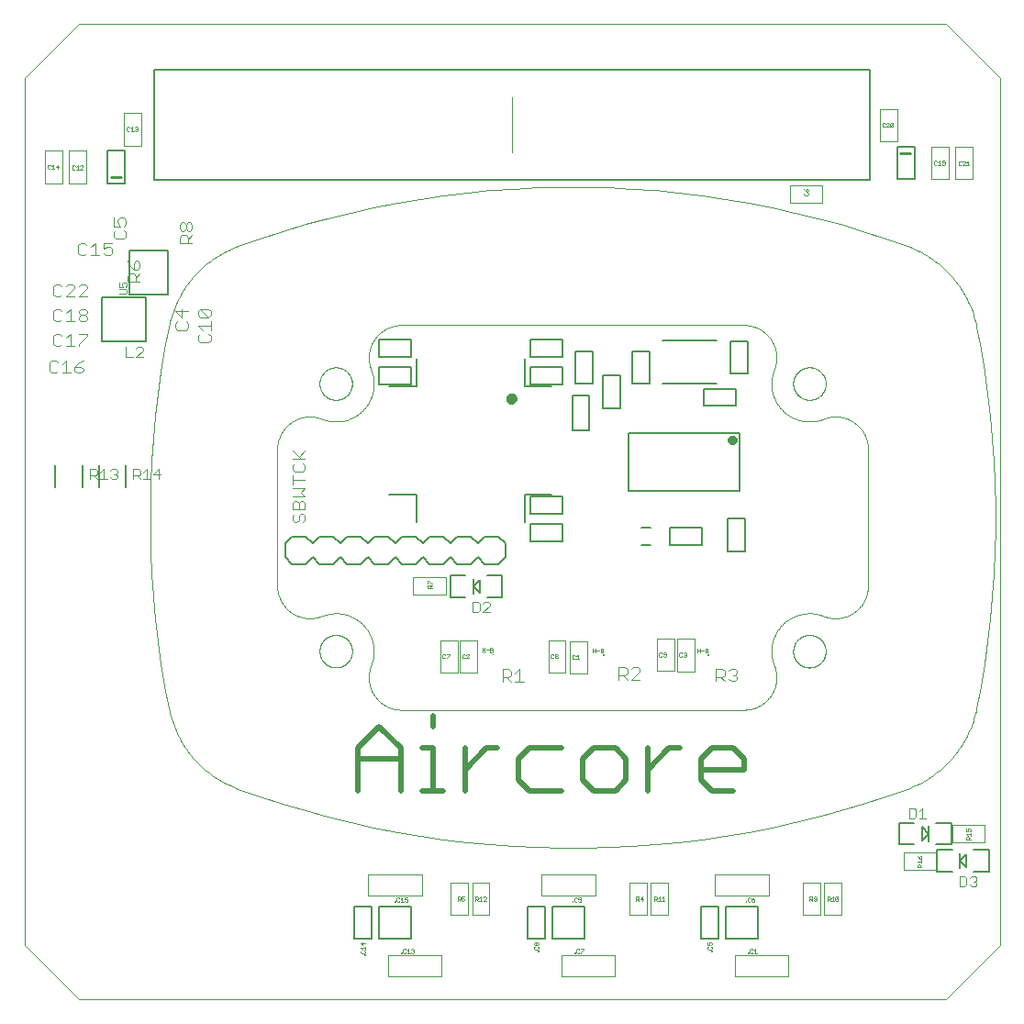
<source format=gto>
G75*
%MOIN*%
%OFA0B0*%
%FSLAX25Y25*%
%IPPOS*%
%LPD*%
%AMOC8*
5,1,8,0,0,1.08239X$1,22.5*
%
%ADD10C,0.00400*%
%ADD11C,0.00197*%
%ADD12C,0.00100*%
%ADD13C,0.00800*%
%ADD14C,0.00000*%
%ADD15C,0.00004*%
%ADD16C,0.02000*%
%ADD17C,0.00200*%
%ADD18C,0.00500*%
%ADD19C,0.01969*%
%ADD20C,0.00900*%
%ADD21C,0.00300*%
%ADD22C,0.00600*%
D10*
X0138572Y0175700D02*
X0139339Y0175700D01*
X0140106Y0176467D01*
X0140106Y0178002D01*
X0140874Y0178769D01*
X0141641Y0178769D01*
X0142408Y0178002D01*
X0142408Y0176467D01*
X0141641Y0175700D01*
X0138572Y0175700D02*
X0137804Y0176467D01*
X0137804Y0178002D01*
X0138572Y0178769D01*
X0137804Y0180304D02*
X0137804Y0182606D01*
X0138572Y0183373D01*
X0139339Y0183373D01*
X0140106Y0182606D01*
X0140106Y0180304D01*
X0142408Y0180304D02*
X0137804Y0180304D01*
X0140106Y0182606D02*
X0140874Y0183373D01*
X0141641Y0183373D01*
X0142408Y0182606D01*
X0142408Y0180304D01*
X0142408Y0184908D02*
X0137804Y0184908D01*
X0137804Y0187977D02*
X0142408Y0187977D01*
X0140874Y0186442D01*
X0142408Y0184908D01*
X0137804Y0189512D02*
X0137804Y0192581D01*
X0137804Y0191046D02*
X0142408Y0191046D01*
X0141641Y0194116D02*
X0138572Y0194116D01*
X0137804Y0194883D01*
X0137804Y0196418D01*
X0138572Y0197185D01*
X0137804Y0198720D02*
X0142408Y0198720D01*
X0140874Y0198720D02*
X0137804Y0201789D01*
X0140106Y0199487D02*
X0142408Y0201789D01*
X0141641Y0197185D02*
X0142408Y0196418D01*
X0142408Y0194883D01*
X0141641Y0194116D01*
X0107397Y0240914D02*
X0108164Y0241681D01*
X0108164Y0243216D01*
X0107397Y0243983D01*
X0108164Y0245518D02*
X0108164Y0248587D01*
X0108164Y0247053D02*
X0103560Y0247053D01*
X0105095Y0245518D01*
X0104328Y0243983D02*
X0103560Y0243216D01*
X0103560Y0241681D01*
X0104328Y0240914D01*
X0107397Y0240914D01*
X0099896Y0246285D02*
X0099129Y0245518D01*
X0096060Y0245518D01*
X0095293Y0246285D01*
X0095293Y0247820D01*
X0096060Y0248587D01*
X0097595Y0250122D02*
X0097595Y0253191D01*
X0099896Y0252424D02*
X0095293Y0252424D01*
X0097595Y0250122D01*
X0099129Y0248587D02*
X0099896Y0247820D01*
X0099896Y0246285D01*
X0104328Y0250122D02*
X0103560Y0250889D01*
X0103560Y0252424D01*
X0104328Y0253191D01*
X0107397Y0250122D01*
X0108164Y0250889D01*
X0108164Y0252424D01*
X0107397Y0253191D01*
X0104328Y0253191D01*
X0104328Y0250122D02*
X0107397Y0250122D01*
X0082408Y0262892D02*
X0077804Y0262892D01*
X0077804Y0265194D01*
X0078572Y0265961D01*
X0080106Y0265961D01*
X0080874Y0265194D01*
X0080874Y0262892D01*
X0080874Y0264427D02*
X0082408Y0265961D01*
X0081641Y0267496D02*
X0082408Y0268263D01*
X0082408Y0269798D01*
X0081641Y0270565D01*
X0080874Y0270565D01*
X0080106Y0269798D01*
X0080106Y0267496D01*
X0081641Y0267496D01*
X0080106Y0267496D02*
X0078572Y0269031D01*
X0077804Y0270565D01*
X0072274Y0273367D02*
X0072274Y0274902D01*
X0071506Y0275669D01*
X0070739Y0275669D01*
X0069204Y0274902D01*
X0069204Y0277204D01*
X0072274Y0277204D01*
X0073572Y0278600D02*
X0076641Y0278600D01*
X0077408Y0279367D01*
X0077408Y0280902D01*
X0076641Y0281669D01*
X0076641Y0283204D02*
X0077408Y0283971D01*
X0077408Y0285506D01*
X0076641Y0286273D01*
X0075106Y0286273D01*
X0074339Y0285506D01*
X0074339Y0284739D01*
X0075106Y0283204D01*
X0072804Y0283204D01*
X0072804Y0286273D01*
X0073572Y0281669D02*
X0072804Y0280902D01*
X0072804Y0279367D01*
X0073572Y0278600D01*
X0072274Y0273367D02*
X0071506Y0272600D01*
X0069972Y0272600D01*
X0069204Y0273367D01*
X0067670Y0272600D02*
X0064600Y0272600D01*
X0066135Y0272600D02*
X0066135Y0277204D01*
X0064600Y0275669D01*
X0063066Y0276437D02*
X0062298Y0277204D01*
X0060764Y0277204D01*
X0059996Y0276437D01*
X0059996Y0273367D01*
X0060764Y0272600D01*
X0062298Y0272600D01*
X0063066Y0273367D01*
X0062506Y0262204D02*
X0060972Y0262204D01*
X0060204Y0261437D01*
X0058670Y0261437D02*
X0057902Y0262204D01*
X0056368Y0262204D01*
X0055600Y0261437D01*
X0054066Y0261437D02*
X0053298Y0262204D01*
X0051764Y0262204D01*
X0050996Y0261437D01*
X0050996Y0258367D01*
X0051764Y0257600D01*
X0053298Y0257600D01*
X0054066Y0258367D01*
X0055600Y0257600D02*
X0058670Y0260669D01*
X0058670Y0261437D01*
X0058670Y0257600D02*
X0055600Y0257600D01*
X0057135Y0253204D02*
X0057135Y0248600D01*
X0055600Y0248600D02*
X0058670Y0248600D01*
X0060204Y0249367D02*
X0060204Y0250135D01*
X0060972Y0250902D01*
X0062506Y0250902D01*
X0063274Y0250135D01*
X0063274Y0249367D01*
X0062506Y0248600D01*
X0060972Y0248600D01*
X0060204Y0249367D01*
X0060972Y0250902D02*
X0060204Y0251669D01*
X0060204Y0252437D01*
X0060972Y0253204D01*
X0062506Y0253204D01*
X0063274Y0252437D01*
X0063274Y0251669D01*
X0062506Y0250902D01*
X0057135Y0253204D02*
X0055600Y0251669D01*
X0054066Y0252437D02*
X0053298Y0253204D01*
X0051764Y0253204D01*
X0050996Y0252437D01*
X0050996Y0249367D01*
X0051764Y0248600D01*
X0053298Y0248600D01*
X0054066Y0249367D01*
X0053298Y0244204D02*
X0051764Y0244204D01*
X0050996Y0243437D01*
X0050996Y0240367D01*
X0051764Y0239600D01*
X0053298Y0239600D01*
X0054066Y0240367D01*
X0055600Y0239600D02*
X0058670Y0239600D01*
X0060204Y0239600D02*
X0060204Y0240367D01*
X0063274Y0243437D01*
X0063274Y0244204D01*
X0060204Y0244204D01*
X0057135Y0244204D02*
X0057135Y0239600D01*
X0055600Y0242669D02*
X0057135Y0244204D01*
X0054066Y0243437D02*
X0053298Y0244204D01*
X0051798Y0234504D02*
X0050264Y0234504D01*
X0049496Y0233737D01*
X0049496Y0230667D01*
X0050264Y0229900D01*
X0051798Y0229900D01*
X0052566Y0230667D01*
X0054100Y0229900D02*
X0057170Y0229900D01*
X0055635Y0229900D02*
X0055635Y0234504D01*
X0054100Y0232969D01*
X0052566Y0233737D02*
X0051798Y0234504D01*
X0058704Y0232202D02*
X0061006Y0232202D01*
X0061774Y0231435D01*
X0061774Y0230667D01*
X0061006Y0229900D01*
X0059472Y0229900D01*
X0058704Y0230667D01*
X0058704Y0232202D01*
X0060239Y0233737D01*
X0061774Y0234504D01*
X0063274Y0257600D02*
X0060204Y0257600D01*
X0063274Y0260669D01*
X0063274Y0261437D01*
X0062506Y0262204D01*
X0096804Y0276892D02*
X0096804Y0279194D01*
X0097572Y0279961D01*
X0099106Y0279961D01*
X0099874Y0279194D01*
X0099874Y0276892D01*
X0101408Y0276892D02*
X0096804Y0276892D01*
X0099874Y0278427D02*
X0101408Y0279961D01*
X0100641Y0281496D02*
X0099874Y0281496D01*
X0099106Y0282263D01*
X0099106Y0283798D01*
X0099874Y0284565D01*
X0100641Y0284565D01*
X0101408Y0283798D01*
X0101408Y0282263D01*
X0100641Y0281496D01*
X0099106Y0282263D02*
X0098339Y0281496D01*
X0097572Y0281496D01*
X0096804Y0282263D01*
X0096804Y0283798D01*
X0097572Y0284565D01*
X0098339Y0284565D01*
X0099106Y0283798D01*
X0214096Y0122292D02*
X0216398Y0122292D01*
X0217165Y0121524D01*
X0217165Y0119990D01*
X0216398Y0119222D01*
X0214096Y0119222D01*
X0214096Y0117688D02*
X0214096Y0122292D01*
X0215631Y0119222D02*
X0217165Y0117688D01*
X0218700Y0117688D02*
X0221769Y0117688D01*
X0220235Y0117688D02*
X0220235Y0122292D01*
X0218700Y0120757D01*
X0256367Y0119993D02*
X0258669Y0119993D01*
X0259436Y0120761D01*
X0259436Y0122295D01*
X0258669Y0123062D01*
X0256367Y0123062D01*
X0256367Y0118459D01*
X0257901Y0119993D02*
X0259436Y0118459D01*
X0260971Y0118459D02*
X0264040Y0121528D01*
X0264040Y0122295D01*
X0263273Y0123062D01*
X0261738Y0123062D01*
X0260971Y0122295D01*
X0260971Y0118459D02*
X0264040Y0118459D01*
X0291713Y0117905D02*
X0291713Y0122509D01*
X0294015Y0122509D01*
X0294783Y0121742D01*
X0294783Y0120207D01*
X0294015Y0119440D01*
X0291713Y0119440D01*
X0293248Y0119440D02*
X0294783Y0117905D01*
X0296317Y0118672D02*
X0297085Y0117905D01*
X0298619Y0117905D01*
X0299387Y0118672D01*
X0299387Y0119440D01*
X0298619Y0120207D01*
X0297852Y0120207D01*
X0298619Y0120207D02*
X0299387Y0120974D01*
X0299387Y0121742D01*
X0298619Y0122509D01*
X0297085Y0122509D01*
X0296317Y0121742D01*
D11*
X0288661Y0127543D02*
X0288663Y0127561D01*
X0288669Y0127577D01*
X0288678Y0127592D01*
X0288691Y0127605D01*
X0288706Y0127614D01*
X0288722Y0127620D01*
X0288740Y0127622D01*
X0288758Y0127620D01*
X0288774Y0127614D01*
X0288789Y0127605D01*
X0288802Y0127592D01*
X0288811Y0127577D01*
X0288817Y0127561D01*
X0288819Y0127543D01*
X0288817Y0127525D01*
X0288811Y0127509D01*
X0288802Y0127494D01*
X0288789Y0127481D01*
X0288774Y0127472D01*
X0288758Y0127466D01*
X0288740Y0127464D01*
X0288722Y0127466D01*
X0288706Y0127472D01*
X0288691Y0127481D01*
X0288678Y0127494D01*
X0288669Y0127509D01*
X0288663Y0127525D01*
X0288661Y0127543D01*
X0250661Y0127543D02*
X0250663Y0127561D01*
X0250669Y0127577D01*
X0250678Y0127592D01*
X0250691Y0127605D01*
X0250706Y0127614D01*
X0250722Y0127620D01*
X0250740Y0127622D01*
X0250758Y0127620D01*
X0250774Y0127614D01*
X0250789Y0127605D01*
X0250802Y0127592D01*
X0250811Y0127577D01*
X0250817Y0127561D01*
X0250819Y0127543D01*
X0250817Y0127525D01*
X0250811Y0127509D01*
X0250802Y0127494D01*
X0250789Y0127481D01*
X0250774Y0127472D01*
X0250758Y0127466D01*
X0250740Y0127464D01*
X0250722Y0127466D01*
X0250706Y0127472D01*
X0250691Y0127481D01*
X0250678Y0127494D01*
X0250669Y0127509D01*
X0250663Y0127525D01*
X0250661Y0127543D01*
X0210561Y0127643D02*
X0210563Y0127661D01*
X0210569Y0127677D01*
X0210578Y0127692D01*
X0210591Y0127705D01*
X0210606Y0127714D01*
X0210622Y0127720D01*
X0210640Y0127722D01*
X0210658Y0127720D01*
X0210674Y0127714D01*
X0210689Y0127705D01*
X0210702Y0127692D01*
X0210711Y0127677D01*
X0210717Y0127661D01*
X0210719Y0127643D01*
X0210717Y0127625D01*
X0210711Y0127609D01*
X0210702Y0127594D01*
X0210689Y0127581D01*
X0210674Y0127572D01*
X0210658Y0127566D01*
X0210640Y0127564D01*
X0210622Y0127566D01*
X0210606Y0127572D01*
X0210591Y0127581D01*
X0210578Y0127594D01*
X0210569Y0127609D01*
X0210563Y0127625D01*
X0210561Y0127643D01*
D12*
X0210391Y0128481D02*
X0209653Y0128481D01*
X0209653Y0129957D01*
X0210391Y0129957D01*
X0210637Y0129711D01*
X0210637Y0129465D01*
X0210391Y0129219D01*
X0209653Y0129219D01*
X0209187Y0129219D02*
X0208203Y0129219D01*
X0207737Y0129219D02*
X0206753Y0129219D01*
X0206753Y0128481D02*
X0206753Y0129957D01*
X0207737Y0129957D02*
X0207737Y0128481D01*
X0210391Y0128481D02*
X0210637Y0128727D01*
X0210637Y0128973D01*
X0210391Y0129219D01*
X0202034Y0127470D02*
X0201784Y0127720D01*
X0201284Y0127720D01*
X0201034Y0127470D01*
X0200561Y0127470D02*
X0200311Y0127720D01*
X0199810Y0127720D01*
X0199560Y0127470D01*
X0199560Y0126469D01*
X0199810Y0126219D01*
X0200311Y0126219D01*
X0200561Y0126469D01*
X0201034Y0126219D02*
X0202034Y0127220D01*
X0202034Y0127470D01*
X0202034Y0126219D02*
X0201034Y0126219D01*
X0194848Y0127491D02*
X0193847Y0126490D01*
X0193847Y0126240D01*
X0193375Y0126490D02*
X0193124Y0126240D01*
X0192624Y0126240D01*
X0192374Y0126490D01*
X0192374Y0127491D01*
X0192624Y0127742D01*
X0193124Y0127742D01*
X0193375Y0127491D01*
X0193847Y0127742D02*
X0194848Y0127742D01*
X0194848Y0127491D01*
X0188427Y0151801D02*
X0186926Y0151801D01*
X0186926Y0152552D01*
X0187176Y0152802D01*
X0187677Y0152802D01*
X0187927Y0152552D01*
X0187927Y0151801D01*
X0187927Y0152302D02*
X0188427Y0152802D01*
X0188427Y0153275D02*
X0188177Y0153275D01*
X0187176Y0154276D01*
X0186926Y0154276D01*
X0186926Y0153275D01*
X0231681Y0127491D02*
X0231681Y0126490D01*
X0231931Y0126240D01*
X0232431Y0126240D01*
X0232682Y0126490D01*
X0233154Y0126490D02*
X0233154Y0126741D01*
X0233404Y0126991D01*
X0233905Y0126991D01*
X0234155Y0126741D01*
X0234155Y0126490D01*
X0233905Y0126240D01*
X0233404Y0126240D01*
X0233154Y0126490D01*
X0233404Y0126991D02*
X0233154Y0127241D01*
X0233154Y0127491D01*
X0233404Y0127742D01*
X0233905Y0127742D01*
X0234155Y0127491D01*
X0234155Y0127241D01*
X0233905Y0126991D01*
X0232682Y0127491D02*
X0232431Y0127742D01*
X0231931Y0127742D01*
X0231681Y0127491D01*
X0239486Y0127159D02*
X0239486Y0126158D01*
X0239736Y0125908D01*
X0240237Y0125908D01*
X0240487Y0126158D01*
X0240960Y0125908D02*
X0241960Y0125908D01*
X0241460Y0125908D02*
X0241460Y0127409D01*
X0240960Y0126909D01*
X0240487Y0127159D02*
X0240237Y0127409D01*
X0239736Y0127409D01*
X0239486Y0127159D01*
X0246853Y0128381D02*
X0246853Y0129857D01*
X0246853Y0129119D02*
X0247837Y0129119D01*
X0248303Y0129119D02*
X0249287Y0129119D01*
X0249753Y0129119D02*
X0250491Y0129119D01*
X0250737Y0128873D01*
X0250737Y0128627D01*
X0250491Y0128381D01*
X0249753Y0128381D01*
X0249753Y0129857D01*
X0250491Y0129857D01*
X0250737Y0129611D01*
X0250737Y0129365D01*
X0250491Y0129119D01*
X0247837Y0129857D02*
X0247837Y0128381D01*
X0271051Y0128091D02*
X0271051Y0127090D01*
X0271301Y0126840D01*
X0271801Y0126840D01*
X0272052Y0127090D01*
X0272524Y0127090D02*
X0272774Y0126840D01*
X0273275Y0126840D01*
X0273525Y0127090D01*
X0273525Y0128091D01*
X0273275Y0128342D01*
X0272774Y0128342D01*
X0272524Y0128091D01*
X0272524Y0127841D01*
X0272774Y0127591D01*
X0273525Y0127591D01*
X0272052Y0128091D02*
X0271801Y0128342D01*
X0271301Y0128342D01*
X0271051Y0128091D01*
X0278360Y0127970D02*
X0278360Y0126969D01*
X0278610Y0126719D01*
X0279111Y0126719D01*
X0279361Y0126969D01*
X0279834Y0126969D02*
X0280084Y0126719D01*
X0280584Y0126719D01*
X0280834Y0126969D01*
X0280834Y0127219D01*
X0280584Y0127470D01*
X0280334Y0127470D01*
X0280584Y0127470D02*
X0280834Y0127720D01*
X0280834Y0127970D01*
X0280584Y0128220D01*
X0280084Y0128220D01*
X0279834Y0127970D01*
X0279361Y0127970D02*
X0279111Y0128220D01*
X0278610Y0128220D01*
X0278360Y0127970D01*
X0284853Y0128381D02*
X0284853Y0129857D01*
X0284853Y0129119D02*
X0285837Y0129119D01*
X0286303Y0129119D02*
X0287287Y0129119D01*
X0287753Y0129119D02*
X0288491Y0129119D01*
X0288737Y0128873D01*
X0288737Y0128627D01*
X0288491Y0128381D01*
X0287753Y0128381D01*
X0287753Y0129857D01*
X0288491Y0129857D01*
X0288737Y0129611D01*
X0288737Y0129365D01*
X0288491Y0129119D01*
X0285837Y0129857D02*
X0285837Y0128381D01*
X0364867Y0054375D02*
X0365117Y0053875D01*
X0365617Y0053374D01*
X0365617Y0054125D01*
X0365868Y0054375D01*
X0366118Y0054375D01*
X0366368Y0054125D01*
X0366368Y0053624D01*
X0366118Y0053374D01*
X0365617Y0053374D01*
X0366368Y0052902D02*
X0366368Y0051901D01*
X0366368Y0051428D02*
X0365868Y0050928D01*
X0365868Y0051178D02*
X0365868Y0050428D01*
X0366368Y0050428D02*
X0364867Y0050428D01*
X0364867Y0051178D01*
X0365117Y0051428D01*
X0365617Y0051428D01*
X0365868Y0051178D01*
X0365367Y0051901D02*
X0364867Y0052401D01*
X0366368Y0052401D01*
X0382583Y0060270D02*
X0382583Y0061021D01*
X0382834Y0061271D01*
X0383334Y0061271D01*
X0383584Y0061021D01*
X0383584Y0060270D01*
X0383584Y0060771D02*
X0384085Y0061271D01*
X0384085Y0061743D02*
X0384085Y0062744D01*
X0384085Y0062244D02*
X0382583Y0062244D01*
X0383084Y0061743D01*
X0383334Y0063217D02*
X0382583Y0063217D01*
X0382583Y0064217D01*
X0383084Y0063967D02*
X0383334Y0064217D01*
X0383834Y0064217D01*
X0384085Y0063967D01*
X0384085Y0063467D01*
X0383834Y0063217D01*
X0383334Y0063217D02*
X0383084Y0063717D01*
X0383084Y0063967D01*
X0382583Y0060270D02*
X0384085Y0060270D01*
X0336067Y0039328D02*
X0335066Y0038327D01*
X0335316Y0038077D01*
X0335816Y0038077D01*
X0336067Y0038327D01*
X0336067Y0039328D01*
X0335816Y0039578D01*
X0335316Y0039578D01*
X0335066Y0039328D01*
X0335066Y0038327D01*
X0334593Y0038077D02*
X0333592Y0038077D01*
X0333120Y0038077D02*
X0332620Y0038577D01*
X0332870Y0038577D02*
X0332119Y0038577D01*
X0332119Y0038077D02*
X0332119Y0039578D01*
X0332870Y0039578D01*
X0333120Y0039328D01*
X0333120Y0038828D01*
X0332870Y0038577D01*
X0333592Y0039078D02*
X0334093Y0039578D01*
X0334093Y0038077D01*
X0328193Y0038327D02*
X0328193Y0039328D01*
X0327942Y0039578D01*
X0327442Y0039578D01*
X0327192Y0039328D01*
X0327192Y0039078D01*
X0327442Y0038828D01*
X0328193Y0038828D01*
X0328193Y0038327D02*
X0327942Y0038077D01*
X0327442Y0038077D01*
X0327192Y0038327D01*
X0326719Y0038077D02*
X0326219Y0038577D01*
X0326469Y0038577D02*
X0325718Y0038577D01*
X0325718Y0038077D02*
X0325718Y0039578D01*
X0326469Y0039578D01*
X0326719Y0039328D01*
X0326719Y0038828D01*
X0326469Y0038577D01*
X0305672Y0038351D02*
X0305422Y0038601D01*
X0304672Y0038601D01*
X0304672Y0038101D01*
X0304922Y0037851D01*
X0305422Y0037851D01*
X0305672Y0038101D01*
X0305672Y0038351D01*
X0305172Y0039102D02*
X0304672Y0038601D01*
X0304199Y0038101D02*
X0303949Y0037851D01*
X0303449Y0037851D01*
X0303198Y0038101D01*
X0303198Y0039102D01*
X0303449Y0039352D01*
X0303949Y0039352D01*
X0304199Y0039102D01*
X0305172Y0039102D02*
X0305672Y0039352D01*
X0302712Y0038101D02*
X0302712Y0037851D01*
X0302462Y0037851D01*
X0302462Y0038101D01*
X0302712Y0038101D01*
X0289853Y0022997D02*
X0290103Y0022747D01*
X0290103Y0022246D01*
X0289853Y0021996D01*
X0289853Y0021524D02*
X0290103Y0021273D01*
X0290103Y0020773D01*
X0289853Y0020523D01*
X0288852Y0020523D01*
X0288602Y0020773D01*
X0288602Y0021273D01*
X0288852Y0021524D01*
X0288602Y0021996D02*
X0289352Y0021996D01*
X0289102Y0022496D01*
X0289102Y0022747D01*
X0289352Y0022997D01*
X0289853Y0022997D01*
X0288602Y0022997D02*
X0288602Y0021996D01*
X0289853Y0020036D02*
X0290103Y0020036D01*
X0290103Y0019786D01*
X0289853Y0019786D01*
X0289853Y0020036D01*
X0303282Y0019400D02*
X0303532Y0019400D01*
X0303532Y0019150D01*
X0303282Y0019150D01*
X0303282Y0019400D01*
X0304019Y0019400D02*
X0304269Y0019150D01*
X0304769Y0019150D01*
X0305019Y0019400D01*
X0305492Y0019150D02*
X0306493Y0019150D01*
X0305992Y0019150D02*
X0305992Y0020651D01*
X0305492Y0020151D01*
X0305019Y0020401D02*
X0304769Y0020651D01*
X0304269Y0020651D01*
X0304019Y0020401D01*
X0304019Y0019400D01*
X0273074Y0038077D02*
X0272074Y0038077D01*
X0271601Y0038077D02*
X0270600Y0038077D01*
X0270128Y0038077D02*
X0269627Y0038577D01*
X0269878Y0038577D02*
X0269127Y0038577D01*
X0269127Y0038077D02*
X0269127Y0039578D01*
X0269878Y0039578D01*
X0270128Y0039328D01*
X0270128Y0038828D01*
X0269878Y0038577D01*
X0270600Y0039078D02*
X0271101Y0039578D01*
X0271101Y0038077D01*
X0272074Y0039078D02*
X0272574Y0039578D01*
X0272574Y0038077D01*
X0265200Y0038828D02*
X0264200Y0038828D01*
X0264950Y0039578D01*
X0264950Y0038077D01*
X0263727Y0038077D02*
X0263227Y0038577D01*
X0263477Y0038577D02*
X0262726Y0038577D01*
X0262726Y0038077D02*
X0262726Y0039578D01*
X0263477Y0039578D01*
X0263727Y0039328D01*
X0263727Y0038828D01*
X0263477Y0038577D01*
X0243501Y0020651D02*
X0243501Y0020401D01*
X0242500Y0019400D01*
X0242500Y0019150D01*
X0242027Y0019400D02*
X0241777Y0019150D01*
X0241277Y0019150D01*
X0241026Y0019400D01*
X0241026Y0020401D01*
X0241277Y0020651D01*
X0241777Y0020651D01*
X0242027Y0020401D01*
X0242500Y0020651D02*
X0243501Y0020651D01*
X0240540Y0019400D02*
X0240540Y0019150D01*
X0240290Y0019150D01*
X0240290Y0019400D01*
X0240540Y0019400D01*
X0227111Y0019786D02*
X0227111Y0020036D01*
X0226861Y0020036D01*
X0226861Y0019786D01*
X0227111Y0019786D01*
X0226861Y0020523D02*
X0227111Y0020773D01*
X0227111Y0021273D01*
X0226861Y0021524D01*
X0226861Y0021996D02*
X0226610Y0021996D01*
X0226360Y0022246D01*
X0226360Y0022747D01*
X0226610Y0022997D01*
X0226861Y0022997D01*
X0227111Y0022747D01*
X0227111Y0022246D01*
X0226861Y0021996D01*
X0226360Y0022246D02*
X0226110Y0021996D01*
X0225860Y0021996D01*
X0225609Y0022246D01*
X0225609Y0022747D01*
X0225860Y0022997D01*
X0226110Y0022997D01*
X0226360Y0022747D01*
X0225860Y0021524D02*
X0225609Y0021273D01*
X0225609Y0020773D01*
X0225860Y0020523D01*
X0226861Y0020523D01*
X0239470Y0037851D02*
X0239720Y0037851D01*
X0239720Y0038101D01*
X0239470Y0038101D01*
X0239470Y0037851D01*
X0240206Y0038101D02*
X0240456Y0037851D01*
X0240957Y0037851D01*
X0241207Y0038101D01*
X0241680Y0038101D02*
X0241930Y0037851D01*
X0242430Y0037851D01*
X0242680Y0038101D01*
X0242680Y0039102D01*
X0242430Y0039352D01*
X0241930Y0039352D01*
X0241680Y0039102D01*
X0241680Y0038852D01*
X0241930Y0038601D01*
X0242680Y0038601D01*
X0241207Y0039102D02*
X0240957Y0039352D01*
X0240456Y0039352D01*
X0240206Y0039102D01*
X0240206Y0038101D01*
X0208114Y0038077D02*
X0207113Y0038077D01*
X0208114Y0039078D01*
X0208114Y0039328D01*
X0207864Y0039578D01*
X0207363Y0039578D01*
X0207113Y0039328D01*
X0206140Y0039578D02*
X0206140Y0038077D01*
X0205640Y0038077D02*
X0206641Y0038077D01*
X0205640Y0039078D02*
X0206140Y0039578D01*
X0205167Y0039328D02*
X0205167Y0038828D01*
X0204917Y0038577D01*
X0204166Y0038577D01*
X0204166Y0038077D02*
X0204166Y0039578D01*
X0204917Y0039578D01*
X0205167Y0039328D01*
X0204667Y0038577D02*
X0205167Y0038077D01*
X0200240Y0038327D02*
X0199990Y0038077D01*
X0199489Y0038077D01*
X0199239Y0038327D01*
X0199239Y0038828D02*
X0199739Y0039078D01*
X0199990Y0039078D01*
X0200240Y0038828D01*
X0200240Y0038327D01*
X0199239Y0038828D02*
X0199239Y0039578D01*
X0200240Y0039578D01*
X0198767Y0039328D02*
X0198767Y0038828D01*
X0198516Y0038577D01*
X0197766Y0038577D01*
X0197766Y0038077D02*
X0197766Y0039578D01*
X0198516Y0039578D01*
X0198767Y0039328D01*
X0198266Y0038577D02*
X0198767Y0038077D01*
X0179688Y0038101D02*
X0179438Y0037851D01*
X0178938Y0037851D01*
X0178687Y0038101D01*
X0178687Y0038601D02*
X0179188Y0038852D01*
X0179438Y0038852D01*
X0179688Y0038601D01*
X0179688Y0038101D01*
X0178687Y0038601D02*
X0178687Y0039352D01*
X0179688Y0039352D01*
X0177715Y0039352D02*
X0177715Y0037851D01*
X0178215Y0037851D02*
X0177214Y0037851D01*
X0176742Y0038101D02*
X0176492Y0037851D01*
X0175991Y0037851D01*
X0175741Y0038101D01*
X0175741Y0039102D01*
X0175991Y0039352D01*
X0176492Y0039352D01*
X0176742Y0039102D01*
X0177214Y0038852D02*
X0177715Y0039352D01*
X0175254Y0038101D02*
X0175254Y0037851D01*
X0175004Y0037851D01*
X0175004Y0038101D01*
X0175254Y0038101D01*
X0164119Y0022747D02*
X0162617Y0022747D01*
X0163368Y0021996D01*
X0163368Y0022997D01*
X0164119Y0021524D02*
X0164119Y0020523D01*
X0164119Y0021023D02*
X0162617Y0021023D01*
X0163118Y0020523D01*
X0162868Y0020050D02*
X0162617Y0019800D01*
X0162617Y0019300D01*
X0162868Y0019049D01*
X0163868Y0019049D01*
X0164119Y0019300D01*
X0164119Y0019800D01*
X0163868Y0020050D01*
X0163868Y0018563D02*
X0164119Y0018563D01*
X0164119Y0018313D01*
X0163868Y0018313D01*
X0163868Y0018563D01*
X0177298Y0019150D02*
X0177548Y0019150D01*
X0177548Y0019400D01*
X0177298Y0019400D01*
X0177298Y0019150D01*
X0178034Y0019400D02*
X0178284Y0019150D01*
X0178785Y0019150D01*
X0179035Y0019400D01*
X0179508Y0019150D02*
X0180508Y0019150D01*
X0180008Y0019150D02*
X0180008Y0020651D01*
X0179508Y0020151D01*
X0179035Y0020401D02*
X0178785Y0020651D01*
X0178284Y0020651D01*
X0178034Y0020401D01*
X0178034Y0019400D01*
X0180981Y0019400D02*
X0181231Y0019150D01*
X0181731Y0019150D01*
X0181982Y0019400D01*
X0181982Y0019650D01*
X0181731Y0019901D01*
X0181481Y0019901D01*
X0181731Y0019901D02*
X0181982Y0020151D01*
X0181982Y0020401D01*
X0181731Y0020651D01*
X0181231Y0020651D01*
X0180981Y0020401D01*
X0323926Y0294301D02*
X0324927Y0294301D01*
X0325177Y0294552D01*
X0325177Y0295052D01*
X0324927Y0295302D01*
X0324927Y0295775D02*
X0325177Y0296025D01*
X0325177Y0296525D01*
X0324927Y0296776D01*
X0324677Y0296776D01*
X0324427Y0296525D01*
X0324427Y0295775D01*
X0324927Y0295775D01*
X0324427Y0295775D02*
X0323926Y0296275D01*
X0323676Y0296776D01*
X0323926Y0295302D02*
X0323676Y0295052D01*
X0323676Y0294552D01*
X0323926Y0294301D01*
X0352110Y0319469D02*
X0352360Y0319219D01*
X0352861Y0319219D01*
X0353111Y0319469D01*
X0353584Y0319219D02*
X0354584Y0320220D01*
X0354584Y0320470D01*
X0354334Y0320720D01*
X0353834Y0320720D01*
X0353584Y0320470D01*
X0353111Y0320470D02*
X0352861Y0320720D01*
X0352360Y0320720D01*
X0352110Y0320470D01*
X0352110Y0319469D01*
X0353584Y0319219D02*
X0354584Y0319219D01*
X0355057Y0319469D02*
X0356058Y0320470D01*
X0356058Y0319469D01*
X0355807Y0319219D01*
X0355307Y0319219D01*
X0355057Y0319469D01*
X0355057Y0320470D01*
X0355307Y0320720D01*
X0355807Y0320720D01*
X0356058Y0320470D01*
X0370860Y0306720D02*
X0370860Y0305719D01*
X0371110Y0305469D01*
X0371611Y0305469D01*
X0371861Y0305719D01*
X0372334Y0305469D02*
X0373334Y0305469D01*
X0372834Y0305469D02*
X0372834Y0306970D01*
X0372334Y0306470D01*
X0371861Y0306720D02*
X0371611Y0306970D01*
X0371110Y0306970D01*
X0370860Y0306720D01*
X0373807Y0306720D02*
X0373807Y0306470D01*
X0374057Y0306220D01*
X0374808Y0306220D01*
X0374808Y0306720D02*
X0374808Y0305719D01*
X0374557Y0305469D01*
X0374057Y0305469D01*
X0373807Y0305719D01*
X0373807Y0306720D02*
X0374057Y0306970D01*
X0374557Y0306970D01*
X0374808Y0306720D01*
X0379787Y0306582D02*
X0379787Y0305581D01*
X0380037Y0305331D01*
X0380537Y0305331D01*
X0380787Y0305581D01*
X0381260Y0305331D02*
X0382261Y0306332D01*
X0382261Y0306582D01*
X0382010Y0306832D01*
X0381510Y0306832D01*
X0381260Y0306582D01*
X0380787Y0306582D02*
X0380537Y0306832D01*
X0380037Y0306832D01*
X0379787Y0306582D01*
X0381260Y0305331D02*
X0382261Y0305331D01*
X0382733Y0305331D02*
X0383734Y0305331D01*
X0383233Y0305331D02*
X0383233Y0306832D01*
X0382733Y0306332D01*
X0081558Y0317969D02*
X0081307Y0317719D01*
X0080807Y0317719D01*
X0080557Y0317969D01*
X0080084Y0317719D02*
X0079084Y0317719D01*
X0079584Y0317719D02*
X0079584Y0319220D01*
X0079084Y0318720D01*
X0078611Y0318970D02*
X0078361Y0319220D01*
X0077860Y0319220D01*
X0077610Y0318970D01*
X0077610Y0317969D01*
X0077860Y0317719D01*
X0078361Y0317719D01*
X0078611Y0317969D01*
X0080557Y0318970D02*
X0080807Y0319220D01*
X0081307Y0319220D01*
X0081558Y0318970D01*
X0081558Y0318720D01*
X0081307Y0318470D01*
X0081558Y0318219D01*
X0081558Y0317969D01*
X0081307Y0318470D02*
X0081057Y0318470D01*
X0061734Y0305082D02*
X0061484Y0305332D01*
X0060983Y0305332D01*
X0060733Y0305082D01*
X0061734Y0305082D02*
X0061734Y0304832D01*
X0060733Y0303831D01*
X0061734Y0303831D01*
X0060261Y0303831D02*
X0059260Y0303831D01*
X0059760Y0303831D02*
X0059760Y0305332D01*
X0059260Y0304832D01*
X0058787Y0305082D02*
X0058537Y0305332D01*
X0058037Y0305332D01*
X0057787Y0305082D01*
X0057787Y0304081D01*
X0058037Y0303831D01*
X0058537Y0303831D01*
X0058787Y0304081D01*
X0052808Y0304720D02*
X0051807Y0304720D01*
X0052557Y0305470D01*
X0052557Y0303969D01*
X0051334Y0303969D02*
X0050334Y0303969D01*
X0050834Y0303969D02*
X0050834Y0305470D01*
X0050334Y0304970D01*
X0049861Y0305220D02*
X0049611Y0305470D01*
X0049110Y0305470D01*
X0048860Y0305220D01*
X0048860Y0304219D01*
X0049110Y0303969D01*
X0049611Y0303969D01*
X0049861Y0304219D01*
D13*
X0087608Y0299912D02*
X0347608Y0299912D01*
X0347608Y0339912D01*
X0087608Y0339912D01*
X0087608Y0299912D01*
X0137608Y0170500D02*
X0135108Y0168000D01*
X0135108Y0163000D01*
X0137608Y0160500D01*
X0142608Y0160500D01*
X0145108Y0163000D01*
X0147608Y0160500D01*
X0152608Y0160500D01*
X0155108Y0163000D01*
X0157608Y0160500D01*
X0162608Y0160500D01*
X0165108Y0163000D01*
X0167608Y0160500D01*
X0172608Y0160500D01*
X0175108Y0163000D01*
X0177608Y0160500D01*
X0182608Y0160500D01*
X0185108Y0163000D01*
X0187608Y0160500D01*
X0192608Y0160500D01*
X0195108Y0163000D01*
X0197608Y0160500D01*
X0202608Y0160500D01*
X0205108Y0163000D01*
X0207608Y0160500D01*
X0212608Y0160500D01*
X0215108Y0163000D01*
X0215108Y0168000D01*
X0212608Y0170500D01*
X0207608Y0170500D01*
X0205108Y0168000D01*
X0202608Y0170500D01*
X0197608Y0170500D01*
X0195108Y0168000D01*
X0192608Y0170500D01*
X0187608Y0170500D01*
X0185108Y0168000D01*
X0182608Y0170500D01*
X0177608Y0170500D01*
X0175108Y0168000D01*
X0172608Y0170500D01*
X0167608Y0170500D01*
X0165108Y0168000D01*
X0162608Y0170500D01*
X0157608Y0170500D01*
X0155108Y0168000D01*
X0152608Y0170500D01*
X0147608Y0170500D01*
X0145108Y0168000D01*
X0142608Y0170500D01*
X0137608Y0170500D01*
X0195159Y0156337D02*
X0195159Y0148463D01*
X0200671Y0148463D01*
X0203427Y0149644D02*
X0203427Y0152400D01*
X0205789Y0154762D01*
X0205789Y0150038D01*
X0203427Y0152400D01*
X0203427Y0155156D01*
X0200671Y0156337D02*
X0195159Y0156337D01*
X0208545Y0156337D02*
X0214057Y0156337D01*
X0214057Y0148463D01*
X0208545Y0148463D01*
X0358207Y0066455D02*
X0358207Y0058581D01*
X0363719Y0058581D01*
X0366474Y0060156D02*
X0368837Y0062518D01*
X0366474Y0064880D01*
X0366474Y0060156D01*
X0368837Y0059762D02*
X0368837Y0062518D01*
X0368837Y0065274D01*
X0371593Y0066455D02*
X0377104Y0066455D01*
X0377104Y0058581D01*
X0371593Y0058581D01*
X0371986Y0056613D02*
X0377498Y0056613D01*
X0380254Y0055431D02*
X0380254Y0052676D01*
X0382616Y0055038D01*
X0382616Y0050313D01*
X0380254Y0052676D01*
X0380254Y0049920D01*
X0377498Y0048739D02*
X0371986Y0048739D01*
X0371986Y0056613D01*
X0363719Y0066455D02*
X0358207Y0066455D01*
X0385372Y0056613D02*
X0390884Y0056613D01*
X0390884Y0048739D01*
X0385372Y0048739D01*
D14*
X0040443Y0021920D02*
X0040443Y0336880D01*
X0060128Y0356565D01*
X0375089Y0356565D01*
X0394774Y0336880D01*
X0394774Y0021920D01*
X0375089Y0002235D01*
X0060128Y0002235D01*
X0040443Y0021920D01*
X0147682Y0128800D02*
X0147684Y0128953D01*
X0147690Y0129107D01*
X0147700Y0129260D01*
X0147714Y0129412D01*
X0147732Y0129565D01*
X0147754Y0129716D01*
X0147779Y0129867D01*
X0147809Y0130018D01*
X0147843Y0130168D01*
X0147880Y0130316D01*
X0147921Y0130464D01*
X0147966Y0130610D01*
X0148015Y0130756D01*
X0148068Y0130900D01*
X0148124Y0131042D01*
X0148184Y0131183D01*
X0148248Y0131323D01*
X0148315Y0131461D01*
X0148386Y0131597D01*
X0148461Y0131731D01*
X0148538Y0131863D01*
X0148620Y0131993D01*
X0148704Y0132121D01*
X0148792Y0132247D01*
X0148883Y0132370D01*
X0148977Y0132491D01*
X0149075Y0132609D01*
X0149175Y0132725D01*
X0149279Y0132838D01*
X0149385Y0132949D01*
X0149494Y0133057D01*
X0149606Y0133162D01*
X0149720Y0133263D01*
X0149838Y0133362D01*
X0149957Y0133458D01*
X0150079Y0133551D01*
X0150204Y0133640D01*
X0150331Y0133727D01*
X0150460Y0133809D01*
X0150591Y0133889D01*
X0150724Y0133965D01*
X0150859Y0134038D01*
X0150996Y0134107D01*
X0151135Y0134172D01*
X0151275Y0134234D01*
X0151417Y0134292D01*
X0151560Y0134347D01*
X0151705Y0134398D01*
X0151851Y0134445D01*
X0151998Y0134488D01*
X0152146Y0134527D01*
X0152295Y0134563D01*
X0152445Y0134594D01*
X0152596Y0134622D01*
X0152747Y0134646D01*
X0152900Y0134666D01*
X0153052Y0134682D01*
X0153205Y0134694D01*
X0153358Y0134702D01*
X0153511Y0134706D01*
X0153665Y0134706D01*
X0153818Y0134702D01*
X0153971Y0134694D01*
X0154124Y0134682D01*
X0154276Y0134666D01*
X0154429Y0134646D01*
X0154580Y0134622D01*
X0154731Y0134594D01*
X0154881Y0134563D01*
X0155030Y0134527D01*
X0155178Y0134488D01*
X0155325Y0134445D01*
X0155471Y0134398D01*
X0155616Y0134347D01*
X0155759Y0134292D01*
X0155901Y0134234D01*
X0156041Y0134172D01*
X0156180Y0134107D01*
X0156317Y0134038D01*
X0156452Y0133965D01*
X0156585Y0133889D01*
X0156716Y0133809D01*
X0156845Y0133727D01*
X0156972Y0133640D01*
X0157097Y0133551D01*
X0157219Y0133458D01*
X0157338Y0133362D01*
X0157456Y0133263D01*
X0157570Y0133162D01*
X0157682Y0133057D01*
X0157791Y0132949D01*
X0157897Y0132838D01*
X0158001Y0132725D01*
X0158101Y0132609D01*
X0158199Y0132491D01*
X0158293Y0132370D01*
X0158384Y0132247D01*
X0158472Y0132121D01*
X0158556Y0131993D01*
X0158638Y0131863D01*
X0158715Y0131731D01*
X0158790Y0131597D01*
X0158861Y0131461D01*
X0158928Y0131323D01*
X0158992Y0131183D01*
X0159052Y0131042D01*
X0159108Y0130900D01*
X0159161Y0130756D01*
X0159210Y0130610D01*
X0159255Y0130464D01*
X0159296Y0130316D01*
X0159333Y0130168D01*
X0159367Y0130018D01*
X0159397Y0129867D01*
X0159422Y0129716D01*
X0159444Y0129565D01*
X0159462Y0129412D01*
X0159476Y0129260D01*
X0159486Y0129107D01*
X0159492Y0128953D01*
X0159494Y0128800D01*
X0159492Y0128647D01*
X0159486Y0128493D01*
X0159476Y0128340D01*
X0159462Y0128188D01*
X0159444Y0128035D01*
X0159422Y0127884D01*
X0159397Y0127733D01*
X0159367Y0127582D01*
X0159333Y0127432D01*
X0159296Y0127284D01*
X0159255Y0127136D01*
X0159210Y0126990D01*
X0159161Y0126844D01*
X0159108Y0126700D01*
X0159052Y0126558D01*
X0158992Y0126417D01*
X0158928Y0126277D01*
X0158861Y0126139D01*
X0158790Y0126003D01*
X0158715Y0125869D01*
X0158638Y0125737D01*
X0158556Y0125607D01*
X0158472Y0125479D01*
X0158384Y0125353D01*
X0158293Y0125230D01*
X0158199Y0125109D01*
X0158101Y0124991D01*
X0158001Y0124875D01*
X0157897Y0124762D01*
X0157791Y0124651D01*
X0157682Y0124543D01*
X0157570Y0124438D01*
X0157456Y0124337D01*
X0157338Y0124238D01*
X0157219Y0124142D01*
X0157097Y0124049D01*
X0156972Y0123960D01*
X0156845Y0123873D01*
X0156716Y0123791D01*
X0156585Y0123711D01*
X0156452Y0123635D01*
X0156317Y0123562D01*
X0156180Y0123493D01*
X0156041Y0123428D01*
X0155901Y0123366D01*
X0155759Y0123308D01*
X0155616Y0123253D01*
X0155471Y0123202D01*
X0155325Y0123155D01*
X0155178Y0123112D01*
X0155030Y0123073D01*
X0154881Y0123037D01*
X0154731Y0123006D01*
X0154580Y0122978D01*
X0154429Y0122954D01*
X0154276Y0122934D01*
X0154124Y0122918D01*
X0153971Y0122906D01*
X0153818Y0122898D01*
X0153665Y0122894D01*
X0153511Y0122894D01*
X0153358Y0122898D01*
X0153205Y0122906D01*
X0153052Y0122918D01*
X0152900Y0122934D01*
X0152747Y0122954D01*
X0152596Y0122978D01*
X0152445Y0123006D01*
X0152295Y0123037D01*
X0152146Y0123073D01*
X0151998Y0123112D01*
X0151851Y0123155D01*
X0151705Y0123202D01*
X0151560Y0123253D01*
X0151417Y0123308D01*
X0151275Y0123366D01*
X0151135Y0123428D01*
X0150996Y0123493D01*
X0150859Y0123562D01*
X0150724Y0123635D01*
X0150591Y0123711D01*
X0150460Y0123791D01*
X0150331Y0123873D01*
X0150204Y0123960D01*
X0150079Y0124049D01*
X0149957Y0124142D01*
X0149838Y0124238D01*
X0149720Y0124337D01*
X0149606Y0124438D01*
X0149494Y0124543D01*
X0149385Y0124651D01*
X0149279Y0124762D01*
X0149175Y0124875D01*
X0149075Y0124991D01*
X0148977Y0125109D01*
X0148883Y0125230D01*
X0148792Y0125353D01*
X0148704Y0125479D01*
X0148620Y0125607D01*
X0148538Y0125737D01*
X0148461Y0125869D01*
X0148386Y0126003D01*
X0148315Y0126139D01*
X0148248Y0126277D01*
X0148184Y0126417D01*
X0148124Y0126558D01*
X0148068Y0126700D01*
X0148015Y0126844D01*
X0147966Y0126990D01*
X0147921Y0127136D01*
X0147880Y0127284D01*
X0147843Y0127432D01*
X0147809Y0127582D01*
X0147779Y0127733D01*
X0147754Y0127884D01*
X0147732Y0128035D01*
X0147714Y0128188D01*
X0147700Y0128340D01*
X0147690Y0128493D01*
X0147684Y0128647D01*
X0147682Y0128800D01*
X0147652Y0226010D02*
X0147654Y0226163D01*
X0147660Y0226317D01*
X0147670Y0226470D01*
X0147684Y0226622D01*
X0147702Y0226775D01*
X0147724Y0226926D01*
X0147749Y0227077D01*
X0147779Y0227228D01*
X0147813Y0227378D01*
X0147850Y0227526D01*
X0147891Y0227674D01*
X0147936Y0227820D01*
X0147985Y0227966D01*
X0148038Y0228110D01*
X0148094Y0228252D01*
X0148154Y0228393D01*
X0148218Y0228533D01*
X0148285Y0228671D01*
X0148356Y0228807D01*
X0148431Y0228941D01*
X0148508Y0229073D01*
X0148590Y0229203D01*
X0148674Y0229331D01*
X0148762Y0229457D01*
X0148853Y0229580D01*
X0148947Y0229701D01*
X0149045Y0229819D01*
X0149145Y0229935D01*
X0149249Y0230048D01*
X0149355Y0230159D01*
X0149464Y0230267D01*
X0149576Y0230372D01*
X0149690Y0230473D01*
X0149808Y0230572D01*
X0149927Y0230668D01*
X0150049Y0230761D01*
X0150174Y0230850D01*
X0150301Y0230937D01*
X0150430Y0231019D01*
X0150561Y0231099D01*
X0150694Y0231175D01*
X0150829Y0231248D01*
X0150966Y0231317D01*
X0151105Y0231382D01*
X0151245Y0231444D01*
X0151387Y0231502D01*
X0151530Y0231557D01*
X0151675Y0231608D01*
X0151821Y0231655D01*
X0151968Y0231698D01*
X0152116Y0231737D01*
X0152265Y0231773D01*
X0152415Y0231804D01*
X0152566Y0231832D01*
X0152717Y0231856D01*
X0152870Y0231876D01*
X0153022Y0231892D01*
X0153175Y0231904D01*
X0153328Y0231912D01*
X0153481Y0231916D01*
X0153635Y0231916D01*
X0153788Y0231912D01*
X0153941Y0231904D01*
X0154094Y0231892D01*
X0154246Y0231876D01*
X0154399Y0231856D01*
X0154550Y0231832D01*
X0154701Y0231804D01*
X0154851Y0231773D01*
X0155000Y0231737D01*
X0155148Y0231698D01*
X0155295Y0231655D01*
X0155441Y0231608D01*
X0155586Y0231557D01*
X0155729Y0231502D01*
X0155871Y0231444D01*
X0156011Y0231382D01*
X0156150Y0231317D01*
X0156287Y0231248D01*
X0156422Y0231175D01*
X0156555Y0231099D01*
X0156686Y0231019D01*
X0156815Y0230937D01*
X0156942Y0230850D01*
X0157067Y0230761D01*
X0157189Y0230668D01*
X0157308Y0230572D01*
X0157426Y0230473D01*
X0157540Y0230372D01*
X0157652Y0230267D01*
X0157761Y0230159D01*
X0157867Y0230048D01*
X0157971Y0229935D01*
X0158071Y0229819D01*
X0158169Y0229701D01*
X0158263Y0229580D01*
X0158354Y0229457D01*
X0158442Y0229331D01*
X0158526Y0229203D01*
X0158608Y0229073D01*
X0158685Y0228941D01*
X0158760Y0228807D01*
X0158831Y0228671D01*
X0158898Y0228533D01*
X0158962Y0228393D01*
X0159022Y0228252D01*
X0159078Y0228110D01*
X0159131Y0227966D01*
X0159180Y0227820D01*
X0159225Y0227674D01*
X0159266Y0227526D01*
X0159303Y0227378D01*
X0159337Y0227228D01*
X0159367Y0227077D01*
X0159392Y0226926D01*
X0159414Y0226775D01*
X0159432Y0226622D01*
X0159446Y0226470D01*
X0159456Y0226317D01*
X0159462Y0226163D01*
X0159464Y0226010D01*
X0159462Y0225857D01*
X0159456Y0225703D01*
X0159446Y0225550D01*
X0159432Y0225398D01*
X0159414Y0225245D01*
X0159392Y0225094D01*
X0159367Y0224943D01*
X0159337Y0224792D01*
X0159303Y0224642D01*
X0159266Y0224494D01*
X0159225Y0224346D01*
X0159180Y0224200D01*
X0159131Y0224054D01*
X0159078Y0223910D01*
X0159022Y0223768D01*
X0158962Y0223627D01*
X0158898Y0223487D01*
X0158831Y0223349D01*
X0158760Y0223213D01*
X0158685Y0223079D01*
X0158608Y0222947D01*
X0158526Y0222817D01*
X0158442Y0222689D01*
X0158354Y0222563D01*
X0158263Y0222440D01*
X0158169Y0222319D01*
X0158071Y0222201D01*
X0157971Y0222085D01*
X0157867Y0221972D01*
X0157761Y0221861D01*
X0157652Y0221753D01*
X0157540Y0221648D01*
X0157426Y0221547D01*
X0157308Y0221448D01*
X0157189Y0221352D01*
X0157067Y0221259D01*
X0156942Y0221170D01*
X0156815Y0221083D01*
X0156686Y0221001D01*
X0156555Y0220921D01*
X0156422Y0220845D01*
X0156287Y0220772D01*
X0156150Y0220703D01*
X0156011Y0220638D01*
X0155871Y0220576D01*
X0155729Y0220518D01*
X0155586Y0220463D01*
X0155441Y0220412D01*
X0155295Y0220365D01*
X0155148Y0220322D01*
X0155000Y0220283D01*
X0154851Y0220247D01*
X0154701Y0220216D01*
X0154550Y0220188D01*
X0154399Y0220164D01*
X0154246Y0220144D01*
X0154094Y0220128D01*
X0153941Y0220116D01*
X0153788Y0220108D01*
X0153635Y0220104D01*
X0153481Y0220104D01*
X0153328Y0220108D01*
X0153175Y0220116D01*
X0153022Y0220128D01*
X0152870Y0220144D01*
X0152717Y0220164D01*
X0152566Y0220188D01*
X0152415Y0220216D01*
X0152265Y0220247D01*
X0152116Y0220283D01*
X0151968Y0220322D01*
X0151821Y0220365D01*
X0151675Y0220412D01*
X0151530Y0220463D01*
X0151387Y0220518D01*
X0151245Y0220576D01*
X0151105Y0220638D01*
X0150966Y0220703D01*
X0150829Y0220772D01*
X0150694Y0220845D01*
X0150561Y0220921D01*
X0150430Y0221001D01*
X0150301Y0221083D01*
X0150174Y0221170D01*
X0150049Y0221259D01*
X0149927Y0221352D01*
X0149808Y0221448D01*
X0149690Y0221547D01*
X0149576Y0221648D01*
X0149464Y0221753D01*
X0149355Y0221861D01*
X0149249Y0221972D01*
X0149145Y0222085D01*
X0149045Y0222201D01*
X0148947Y0222319D01*
X0148853Y0222440D01*
X0148762Y0222563D01*
X0148674Y0222689D01*
X0148590Y0222817D01*
X0148508Y0222947D01*
X0148431Y0223079D01*
X0148356Y0223213D01*
X0148285Y0223349D01*
X0148218Y0223487D01*
X0148154Y0223627D01*
X0148094Y0223768D01*
X0148038Y0223910D01*
X0147985Y0224054D01*
X0147936Y0224200D01*
X0147891Y0224346D01*
X0147850Y0224494D01*
X0147813Y0224642D01*
X0147779Y0224792D01*
X0147749Y0224943D01*
X0147724Y0225094D01*
X0147702Y0225245D01*
X0147684Y0225398D01*
X0147670Y0225550D01*
X0147660Y0225703D01*
X0147654Y0225857D01*
X0147652Y0226010D01*
X0087608Y0299912D02*
X0347608Y0299912D01*
X0347608Y0339912D01*
X0087608Y0339912D01*
X0087608Y0299912D01*
X0217608Y0309912D02*
X0217608Y0329912D01*
X0319722Y0226030D02*
X0319724Y0226183D01*
X0319730Y0226337D01*
X0319740Y0226490D01*
X0319754Y0226642D01*
X0319772Y0226795D01*
X0319794Y0226946D01*
X0319819Y0227097D01*
X0319849Y0227248D01*
X0319883Y0227398D01*
X0319920Y0227546D01*
X0319961Y0227694D01*
X0320006Y0227840D01*
X0320055Y0227986D01*
X0320108Y0228130D01*
X0320164Y0228272D01*
X0320224Y0228413D01*
X0320288Y0228553D01*
X0320355Y0228691D01*
X0320426Y0228827D01*
X0320501Y0228961D01*
X0320578Y0229093D01*
X0320660Y0229223D01*
X0320744Y0229351D01*
X0320832Y0229477D01*
X0320923Y0229600D01*
X0321017Y0229721D01*
X0321115Y0229839D01*
X0321215Y0229955D01*
X0321319Y0230068D01*
X0321425Y0230179D01*
X0321534Y0230287D01*
X0321646Y0230392D01*
X0321760Y0230493D01*
X0321878Y0230592D01*
X0321997Y0230688D01*
X0322119Y0230781D01*
X0322244Y0230870D01*
X0322371Y0230957D01*
X0322500Y0231039D01*
X0322631Y0231119D01*
X0322764Y0231195D01*
X0322899Y0231268D01*
X0323036Y0231337D01*
X0323175Y0231402D01*
X0323315Y0231464D01*
X0323457Y0231522D01*
X0323600Y0231577D01*
X0323745Y0231628D01*
X0323891Y0231675D01*
X0324038Y0231718D01*
X0324186Y0231757D01*
X0324335Y0231793D01*
X0324485Y0231824D01*
X0324636Y0231852D01*
X0324787Y0231876D01*
X0324940Y0231896D01*
X0325092Y0231912D01*
X0325245Y0231924D01*
X0325398Y0231932D01*
X0325551Y0231936D01*
X0325705Y0231936D01*
X0325858Y0231932D01*
X0326011Y0231924D01*
X0326164Y0231912D01*
X0326316Y0231896D01*
X0326469Y0231876D01*
X0326620Y0231852D01*
X0326771Y0231824D01*
X0326921Y0231793D01*
X0327070Y0231757D01*
X0327218Y0231718D01*
X0327365Y0231675D01*
X0327511Y0231628D01*
X0327656Y0231577D01*
X0327799Y0231522D01*
X0327941Y0231464D01*
X0328081Y0231402D01*
X0328220Y0231337D01*
X0328357Y0231268D01*
X0328492Y0231195D01*
X0328625Y0231119D01*
X0328756Y0231039D01*
X0328885Y0230957D01*
X0329012Y0230870D01*
X0329137Y0230781D01*
X0329259Y0230688D01*
X0329378Y0230592D01*
X0329496Y0230493D01*
X0329610Y0230392D01*
X0329722Y0230287D01*
X0329831Y0230179D01*
X0329937Y0230068D01*
X0330041Y0229955D01*
X0330141Y0229839D01*
X0330239Y0229721D01*
X0330333Y0229600D01*
X0330424Y0229477D01*
X0330512Y0229351D01*
X0330596Y0229223D01*
X0330678Y0229093D01*
X0330755Y0228961D01*
X0330830Y0228827D01*
X0330901Y0228691D01*
X0330968Y0228553D01*
X0331032Y0228413D01*
X0331092Y0228272D01*
X0331148Y0228130D01*
X0331201Y0227986D01*
X0331250Y0227840D01*
X0331295Y0227694D01*
X0331336Y0227546D01*
X0331373Y0227398D01*
X0331407Y0227248D01*
X0331437Y0227097D01*
X0331462Y0226946D01*
X0331484Y0226795D01*
X0331502Y0226642D01*
X0331516Y0226490D01*
X0331526Y0226337D01*
X0331532Y0226183D01*
X0331534Y0226030D01*
X0331532Y0225877D01*
X0331526Y0225723D01*
X0331516Y0225570D01*
X0331502Y0225418D01*
X0331484Y0225265D01*
X0331462Y0225114D01*
X0331437Y0224963D01*
X0331407Y0224812D01*
X0331373Y0224662D01*
X0331336Y0224514D01*
X0331295Y0224366D01*
X0331250Y0224220D01*
X0331201Y0224074D01*
X0331148Y0223930D01*
X0331092Y0223788D01*
X0331032Y0223647D01*
X0330968Y0223507D01*
X0330901Y0223369D01*
X0330830Y0223233D01*
X0330755Y0223099D01*
X0330678Y0222967D01*
X0330596Y0222837D01*
X0330512Y0222709D01*
X0330424Y0222583D01*
X0330333Y0222460D01*
X0330239Y0222339D01*
X0330141Y0222221D01*
X0330041Y0222105D01*
X0329937Y0221992D01*
X0329831Y0221881D01*
X0329722Y0221773D01*
X0329610Y0221668D01*
X0329496Y0221567D01*
X0329378Y0221468D01*
X0329259Y0221372D01*
X0329137Y0221279D01*
X0329012Y0221190D01*
X0328885Y0221103D01*
X0328756Y0221021D01*
X0328625Y0220941D01*
X0328492Y0220865D01*
X0328357Y0220792D01*
X0328220Y0220723D01*
X0328081Y0220658D01*
X0327941Y0220596D01*
X0327799Y0220538D01*
X0327656Y0220483D01*
X0327511Y0220432D01*
X0327365Y0220385D01*
X0327218Y0220342D01*
X0327070Y0220303D01*
X0326921Y0220267D01*
X0326771Y0220236D01*
X0326620Y0220208D01*
X0326469Y0220184D01*
X0326316Y0220164D01*
X0326164Y0220148D01*
X0326011Y0220136D01*
X0325858Y0220128D01*
X0325705Y0220124D01*
X0325551Y0220124D01*
X0325398Y0220128D01*
X0325245Y0220136D01*
X0325092Y0220148D01*
X0324940Y0220164D01*
X0324787Y0220184D01*
X0324636Y0220208D01*
X0324485Y0220236D01*
X0324335Y0220267D01*
X0324186Y0220303D01*
X0324038Y0220342D01*
X0323891Y0220385D01*
X0323745Y0220432D01*
X0323600Y0220483D01*
X0323457Y0220538D01*
X0323315Y0220596D01*
X0323175Y0220658D01*
X0323036Y0220723D01*
X0322899Y0220792D01*
X0322764Y0220865D01*
X0322631Y0220941D01*
X0322500Y0221021D01*
X0322371Y0221103D01*
X0322244Y0221190D01*
X0322119Y0221279D01*
X0321997Y0221372D01*
X0321878Y0221468D01*
X0321760Y0221567D01*
X0321646Y0221668D01*
X0321534Y0221773D01*
X0321425Y0221881D01*
X0321319Y0221992D01*
X0321215Y0222105D01*
X0321115Y0222221D01*
X0321017Y0222339D01*
X0320923Y0222460D01*
X0320832Y0222583D01*
X0320744Y0222709D01*
X0320660Y0222837D01*
X0320578Y0222967D01*
X0320501Y0223099D01*
X0320426Y0223233D01*
X0320355Y0223369D01*
X0320288Y0223507D01*
X0320224Y0223647D01*
X0320164Y0223788D01*
X0320108Y0223930D01*
X0320055Y0224074D01*
X0320006Y0224220D01*
X0319961Y0224366D01*
X0319920Y0224514D01*
X0319883Y0224662D01*
X0319849Y0224812D01*
X0319819Y0224963D01*
X0319794Y0225114D01*
X0319772Y0225265D01*
X0319754Y0225418D01*
X0319740Y0225570D01*
X0319730Y0225723D01*
X0319724Y0225877D01*
X0319722Y0226030D01*
X0319722Y0128770D02*
X0319724Y0128923D01*
X0319730Y0129077D01*
X0319740Y0129230D01*
X0319754Y0129382D01*
X0319772Y0129535D01*
X0319794Y0129686D01*
X0319819Y0129837D01*
X0319849Y0129988D01*
X0319883Y0130138D01*
X0319920Y0130286D01*
X0319961Y0130434D01*
X0320006Y0130580D01*
X0320055Y0130726D01*
X0320108Y0130870D01*
X0320164Y0131012D01*
X0320224Y0131153D01*
X0320288Y0131293D01*
X0320355Y0131431D01*
X0320426Y0131567D01*
X0320501Y0131701D01*
X0320578Y0131833D01*
X0320660Y0131963D01*
X0320744Y0132091D01*
X0320832Y0132217D01*
X0320923Y0132340D01*
X0321017Y0132461D01*
X0321115Y0132579D01*
X0321215Y0132695D01*
X0321319Y0132808D01*
X0321425Y0132919D01*
X0321534Y0133027D01*
X0321646Y0133132D01*
X0321760Y0133233D01*
X0321878Y0133332D01*
X0321997Y0133428D01*
X0322119Y0133521D01*
X0322244Y0133610D01*
X0322371Y0133697D01*
X0322500Y0133779D01*
X0322631Y0133859D01*
X0322764Y0133935D01*
X0322899Y0134008D01*
X0323036Y0134077D01*
X0323175Y0134142D01*
X0323315Y0134204D01*
X0323457Y0134262D01*
X0323600Y0134317D01*
X0323745Y0134368D01*
X0323891Y0134415D01*
X0324038Y0134458D01*
X0324186Y0134497D01*
X0324335Y0134533D01*
X0324485Y0134564D01*
X0324636Y0134592D01*
X0324787Y0134616D01*
X0324940Y0134636D01*
X0325092Y0134652D01*
X0325245Y0134664D01*
X0325398Y0134672D01*
X0325551Y0134676D01*
X0325705Y0134676D01*
X0325858Y0134672D01*
X0326011Y0134664D01*
X0326164Y0134652D01*
X0326316Y0134636D01*
X0326469Y0134616D01*
X0326620Y0134592D01*
X0326771Y0134564D01*
X0326921Y0134533D01*
X0327070Y0134497D01*
X0327218Y0134458D01*
X0327365Y0134415D01*
X0327511Y0134368D01*
X0327656Y0134317D01*
X0327799Y0134262D01*
X0327941Y0134204D01*
X0328081Y0134142D01*
X0328220Y0134077D01*
X0328357Y0134008D01*
X0328492Y0133935D01*
X0328625Y0133859D01*
X0328756Y0133779D01*
X0328885Y0133697D01*
X0329012Y0133610D01*
X0329137Y0133521D01*
X0329259Y0133428D01*
X0329378Y0133332D01*
X0329496Y0133233D01*
X0329610Y0133132D01*
X0329722Y0133027D01*
X0329831Y0132919D01*
X0329937Y0132808D01*
X0330041Y0132695D01*
X0330141Y0132579D01*
X0330239Y0132461D01*
X0330333Y0132340D01*
X0330424Y0132217D01*
X0330512Y0132091D01*
X0330596Y0131963D01*
X0330678Y0131833D01*
X0330755Y0131701D01*
X0330830Y0131567D01*
X0330901Y0131431D01*
X0330968Y0131293D01*
X0331032Y0131153D01*
X0331092Y0131012D01*
X0331148Y0130870D01*
X0331201Y0130726D01*
X0331250Y0130580D01*
X0331295Y0130434D01*
X0331336Y0130286D01*
X0331373Y0130138D01*
X0331407Y0129988D01*
X0331437Y0129837D01*
X0331462Y0129686D01*
X0331484Y0129535D01*
X0331502Y0129382D01*
X0331516Y0129230D01*
X0331526Y0129077D01*
X0331532Y0128923D01*
X0331534Y0128770D01*
X0331532Y0128617D01*
X0331526Y0128463D01*
X0331516Y0128310D01*
X0331502Y0128158D01*
X0331484Y0128005D01*
X0331462Y0127854D01*
X0331437Y0127703D01*
X0331407Y0127552D01*
X0331373Y0127402D01*
X0331336Y0127254D01*
X0331295Y0127106D01*
X0331250Y0126960D01*
X0331201Y0126814D01*
X0331148Y0126670D01*
X0331092Y0126528D01*
X0331032Y0126387D01*
X0330968Y0126247D01*
X0330901Y0126109D01*
X0330830Y0125973D01*
X0330755Y0125839D01*
X0330678Y0125707D01*
X0330596Y0125577D01*
X0330512Y0125449D01*
X0330424Y0125323D01*
X0330333Y0125200D01*
X0330239Y0125079D01*
X0330141Y0124961D01*
X0330041Y0124845D01*
X0329937Y0124732D01*
X0329831Y0124621D01*
X0329722Y0124513D01*
X0329610Y0124408D01*
X0329496Y0124307D01*
X0329378Y0124208D01*
X0329259Y0124112D01*
X0329137Y0124019D01*
X0329012Y0123930D01*
X0328885Y0123843D01*
X0328756Y0123761D01*
X0328625Y0123681D01*
X0328492Y0123605D01*
X0328357Y0123532D01*
X0328220Y0123463D01*
X0328081Y0123398D01*
X0327941Y0123336D01*
X0327799Y0123278D01*
X0327656Y0123223D01*
X0327511Y0123172D01*
X0327365Y0123125D01*
X0327218Y0123082D01*
X0327070Y0123043D01*
X0326921Y0123007D01*
X0326771Y0122976D01*
X0326620Y0122948D01*
X0326469Y0122924D01*
X0326316Y0122904D01*
X0326164Y0122888D01*
X0326011Y0122876D01*
X0325858Y0122868D01*
X0325705Y0122864D01*
X0325551Y0122864D01*
X0325398Y0122868D01*
X0325245Y0122876D01*
X0325092Y0122888D01*
X0324940Y0122904D01*
X0324787Y0122924D01*
X0324636Y0122948D01*
X0324485Y0122976D01*
X0324335Y0123007D01*
X0324186Y0123043D01*
X0324038Y0123082D01*
X0323891Y0123125D01*
X0323745Y0123172D01*
X0323600Y0123223D01*
X0323457Y0123278D01*
X0323315Y0123336D01*
X0323175Y0123398D01*
X0323036Y0123463D01*
X0322899Y0123532D01*
X0322764Y0123605D01*
X0322631Y0123681D01*
X0322500Y0123761D01*
X0322371Y0123843D01*
X0322244Y0123930D01*
X0322119Y0124019D01*
X0321997Y0124112D01*
X0321878Y0124208D01*
X0321760Y0124307D01*
X0321646Y0124408D01*
X0321534Y0124513D01*
X0321425Y0124621D01*
X0321319Y0124732D01*
X0321215Y0124845D01*
X0321115Y0124961D01*
X0321017Y0125079D01*
X0320923Y0125200D01*
X0320832Y0125323D01*
X0320744Y0125449D01*
X0320660Y0125577D01*
X0320578Y0125707D01*
X0320501Y0125839D01*
X0320426Y0125973D01*
X0320355Y0126109D01*
X0320288Y0126247D01*
X0320224Y0126387D01*
X0320164Y0126528D01*
X0320108Y0126670D01*
X0320055Y0126814D01*
X0320006Y0126960D01*
X0319961Y0127106D01*
X0319920Y0127254D01*
X0319883Y0127402D01*
X0319849Y0127552D01*
X0319819Y0127703D01*
X0319794Y0127854D01*
X0319772Y0128005D01*
X0319754Y0128158D01*
X0319740Y0128310D01*
X0319730Y0128463D01*
X0319724Y0128617D01*
X0319722Y0128770D01*
D15*
X0319711Y0128793D02*
X0319713Y0128946D01*
X0319719Y0129100D01*
X0319729Y0129253D01*
X0319743Y0129405D01*
X0319761Y0129558D01*
X0319783Y0129709D01*
X0319808Y0129860D01*
X0319838Y0130011D01*
X0319872Y0130161D01*
X0319909Y0130309D01*
X0319950Y0130457D01*
X0319995Y0130603D01*
X0320044Y0130749D01*
X0320097Y0130893D01*
X0320153Y0131035D01*
X0320213Y0131176D01*
X0320277Y0131316D01*
X0320344Y0131454D01*
X0320415Y0131590D01*
X0320490Y0131724D01*
X0320567Y0131856D01*
X0320649Y0131986D01*
X0320733Y0132114D01*
X0320821Y0132240D01*
X0320912Y0132363D01*
X0321006Y0132484D01*
X0321104Y0132602D01*
X0321204Y0132718D01*
X0321308Y0132831D01*
X0321414Y0132942D01*
X0321523Y0133050D01*
X0321635Y0133155D01*
X0321749Y0133256D01*
X0321867Y0133355D01*
X0321986Y0133451D01*
X0322108Y0133544D01*
X0322233Y0133633D01*
X0322360Y0133720D01*
X0322489Y0133802D01*
X0322620Y0133882D01*
X0322753Y0133958D01*
X0322888Y0134031D01*
X0323025Y0134100D01*
X0323164Y0134165D01*
X0323304Y0134227D01*
X0323446Y0134285D01*
X0323589Y0134340D01*
X0323734Y0134391D01*
X0323880Y0134438D01*
X0324027Y0134481D01*
X0324175Y0134520D01*
X0324324Y0134556D01*
X0324474Y0134587D01*
X0324625Y0134615D01*
X0324776Y0134639D01*
X0324929Y0134659D01*
X0325081Y0134675D01*
X0325234Y0134687D01*
X0325387Y0134695D01*
X0325540Y0134699D01*
X0325694Y0134699D01*
X0325847Y0134695D01*
X0326000Y0134687D01*
X0326153Y0134675D01*
X0326305Y0134659D01*
X0326458Y0134639D01*
X0326609Y0134615D01*
X0326760Y0134587D01*
X0326910Y0134556D01*
X0327059Y0134520D01*
X0327207Y0134481D01*
X0327354Y0134438D01*
X0327500Y0134391D01*
X0327645Y0134340D01*
X0327788Y0134285D01*
X0327930Y0134227D01*
X0328070Y0134165D01*
X0328209Y0134100D01*
X0328346Y0134031D01*
X0328481Y0133958D01*
X0328614Y0133882D01*
X0328745Y0133802D01*
X0328874Y0133720D01*
X0329001Y0133633D01*
X0329126Y0133544D01*
X0329248Y0133451D01*
X0329367Y0133355D01*
X0329485Y0133256D01*
X0329599Y0133155D01*
X0329711Y0133050D01*
X0329820Y0132942D01*
X0329926Y0132831D01*
X0330030Y0132718D01*
X0330130Y0132602D01*
X0330228Y0132484D01*
X0330322Y0132363D01*
X0330413Y0132240D01*
X0330501Y0132114D01*
X0330585Y0131986D01*
X0330667Y0131856D01*
X0330744Y0131724D01*
X0330819Y0131590D01*
X0330890Y0131454D01*
X0330957Y0131316D01*
X0331021Y0131176D01*
X0331081Y0131035D01*
X0331137Y0130893D01*
X0331190Y0130749D01*
X0331239Y0130603D01*
X0331284Y0130457D01*
X0331325Y0130309D01*
X0331362Y0130161D01*
X0331396Y0130011D01*
X0331426Y0129860D01*
X0331451Y0129709D01*
X0331473Y0129558D01*
X0331491Y0129405D01*
X0331505Y0129253D01*
X0331515Y0129100D01*
X0331521Y0128946D01*
X0331523Y0128793D01*
X0331521Y0128640D01*
X0331515Y0128486D01*
X0331505Y0128333D01*
X0331491Y0128181D01*
X0331473Y0128028D01*
X0331451Y0127877D01*
X0331426Y0127726D01*
X0331396Y0127575D01*
X0331362Y0127425D01*
X0331325Y0127277D01*
X0331284Y0127129D01*
X0331239Y0126983D01*
X0331190Y0126837D01*
X0331137Y0126693D01*
X0331081Y0126551D01*
X0331021Y0126410D01*
X0330957Y0126270D01*
X0330890Y0126132D01*
X0330819Y0125996D01*
X0330744Y0125862D01*
X0330667Y0125730D01*
X0330585Y0125600D01*
X0330501Y0125472D01*
X0330413Y0125346D01*
X0330322Y0125223D01*
X0330228Y0125102D01*
X0330130Y0124984D01*
X0330030Y0124868D01*
X0329926Y0124755D01*
X0329820Y0124644D01*
X0329711Y0124536D01*
X0329599Y0124431D01*
X0329485Y0124330D01*
X0329367Y0124231D01*
X0329248Y0124135D01*
X0329126Y0124042D01*
X0329001Y0123953D01*
X0328874Y0123866D01*
X0328745Y0123784D01*
X0328614Y0123704D01*
X0328481Y0123628D01*
X0328346Y0123555D01*
X0328209Y0123486D01*
X0328070Y0123421D01*
X0327930Y0123359D01*
X0327788Y0123301D01*
X0327645Y0123246D01*
X0327500Y0123195D01*
X0327354Y0123148D01*
X0327207Y0123105D01*
X0327059Y0123066D01*
X0326910Y0123030D01*
X0326760Y0122999D01*
X0326609Y0122971D01*
X0326458Y0122947D01*
X0326305Y0122927D01*
X0326153Y0122911D01*
X0326000Y0122899D01*
X0325847Y0122891D01*
X0325694Y0122887D01*
X0325540Y0122887D01*
X0325387Y0122891D01*
X0325234Y0122899D01*
X0325081Y0122911D01*
X0324929Y0122927D01*
X0324776Y0122947D01*
X0324625Y0122971D01*
X0324474Y0122999D01*
X0324324Y0123030D01*
X0324175Y0123066D01*
X0324027Y0123105D01*
X0323880Y0123148D01*
X0323734Y0123195D01*
X0323589Y0123246D01*
X0323446Y0123301D01*
X0323304Y0123359D01*
X0323164Y0123421D01*
X0323025Y0123486D01*
X0322888Y0123555D01*
X0322753Y0123628D01*
X0322620Y0123704D01*
X0322489Y0123784D01*
X0322360Y0123866D01*
X0322233Y0123953D01*
X0322108Y0124042D01*
X0321986Y0124135D01*
X0321867Y0124231D01*
X0321749Y0124330D01*
X0321635Y0124431D01*
X0321523Y0124536D01*
X0321414Y0124644D01*
X0321308Y0124755D01*
X0321204Y0124868D01*
X0321104Y0124984D01*
X0321006Y0125102D01*
X0320912Y0125223D01*
X0320821Y0125346D01*
X0320733Y0125472D01*
X0320649Y0125600D01*
X0320567Y0125730D01*
X0320490Y0125862D01*
X0320415Y0125996D01*
X0320344Y0126132D01*
X0320277Y0126270D01*
X0320213Y0126410D01*
X0320153Y0126551D01*
X0320097Y0126693D01*
X0320044Y0126837D01*
X0319995Y0126983D01*
X0319950Y0127129D01*
X0319909Y0127277D01*
X0319872Y0127425D01*
X0319838Y0127575D01*
X0319808Y0127726D01*
X0319783Y0127877D01*
X0319761Y0128028D01*
X0319743Y0128181D01*
X0319729Y0128333D01*
X0319719Y0128486D01*
X0319713Y0128640D01*
X0319711Y0128793D01*
X0312814Y0123697D02*
X0312693Y0124012D01*
X0312580Y0124330D01*
X0312474Y0124651D01*
X0312377Y0124975D01*
X0312287Y0125300D01*
X0312205Y0125628D01*
X0312132Y0125958D01*
X0312066Y0126289D01*
X0312009Y0126622D01*
X0311960Y0126956D01*
X0311919Y0127291D01*
X0311886Y0127627D01*
X0311862Y0127964D01*
X0311846Y0128301D01*
X0311838Y0128639D01*
X0311838Y0128977D01*
X0311847Y0129314D01*
X0311864Y0129652D01*
X0311889Y0129989D01*
X0311922Y0130325D01*
X0311964Y0130660D01*
X0312014Y0130994D01*
X0312072Y0131327D01*
X0312138Y0131658D01*
X0312212Y0131987D01*
X0312295Y0132315D01*
X0312385Y0132640D01*
X0312483Y0132963D01*
X0312589Y0133284D01*
X0312703Y0133602D01*
X0312825Y0133917D01*
X0312954Y0134229D01*
X0313091Y0134538D01*
X0313236Y0134843D01*
X0313388Y0135144D01*
X0313547Y0135442D01*
X0313714Y0135736D01*
X0313888Y0136026D01*
X0314068Y0136311D01*
X0314256Y0136592D01*
X0314451Y0136868D01*
X0314652Y0137139D01*
X0314860Y0137405D01*
X0315074Y0137666D01*
X0315295Y0137922D01*
X0315522Y0138172D01*
X0315754Y0138417D01*
X0315993Y0138656D01*
X0316238Y0138888D01*
X0316488Y0139115D01*
X0316744Y0139336D01*
X0317005Y0139550D01*
X0317271Y0139758D01*
X0317542Y0139959D01*
X0317818Y0140154D01*
X0318099Y0140342D01*
X0318384Y0140522D01*
X0318674Y0140696D01*
X0318968Y0140863D01*
X0319266Y0141022D01*
X0319567Y0141174D01*
X0319872Y0141319D01*
X0320181Y0141456D01*
X0320493Y0141585D01*
X0320808Y0141707D01*
X0321126Y0141821D01*
X0321447Y0141927D01*
X0321770Y0142025D01*
X0322095Y0142115D01*
X0322423Y0142198D01*
X0322752Y0142272D01*
X0323083Y0142338D01*
X0323416Y0142396D01*
X0323750Y0142446D01*
X0324085Y0142488D01*
X0324421Y0142521D01*
X0324758Y0142546D01*
X0325096Y0142563D01*
X0325433Y0142572D01*
X0325771Y0142572D01*
X0326109Y0142564D01*
X0326446Y0142548D01*
X0326783Y0142524D01*
X0327119Y0142491D01*
X0327454Y0142450D01*
X0327788Y0142401D01*
X0328121Y0142344D01*
X0328452Y0142278D01*
X0328782Y0142205D01*
X0329110Y0142123D01*
X0329435Y0142033D01*
X0329759Y0141936D01*
X0330080Y0141830D01*
X0330398Y0141717D01*
X0330713Y0141596D01*
X0330713Y0141595D02*
X0330982Y0141492D01*
X0331253Y0141396D01*
X0331526Y0141306D01*
X0331802Y0141222D01*
X0332079Y0141146D01*
X0332359Y0141076D01*
X0332639Y0141013D01*
X0332922Y0140957D01*
X0333205Y0140908D01*
X0333490Y0140866D01*
X0333776Y0140830D01*
X0334062Y0140802D01*
X0334349Y0140781D01*
X0334637Y0140766D01*
X0334924Y0140759D01*
X0335212Y0140759D01*
X0335500Y0140765D01*
X0335787Y0140779D01*
X0336075Y0140800D01*
X0336361Y0140828D01*
X0336647Y0140862D01*
X0336932Y0140904D01*
X0337215Y0140952D01*
X0337498Y0141008D01*
X0337779Y0141070D01*
X0338058Y0141139D01*
X0338336Y0141215D01*
X0338611Y0141298D01*
X0338885Y0141387D01*
X0339156Y0141483D01*
X0339425Y0141586D01*
X0339692Y0141695D01*
X0339955Y0141811D01*
X0340216Y0141933D01*
X0340474Y0142061D01*
X0340728Y0142195D01*
X0340979Y0142336D01*
X0341227Y0142483D01*
X0341471Y0142636D01*
X0341711Y0142794D01*
X0341947Y0142959D01*
X0342179Y0143129D01*
X0342407Y0143305D01*
X0342631Y0143486D01*
X0342850Y0143673D01*
X0343064Y0143865D01*
X0343274Y0144062D01*
X0343479Y0144264D01*
X0343679Y0144471D01*
X0343874Y0144683D01*
X0344063Y0144900D01*
X0344247Y0145121D01*
X0344426Y0145346D01*
X0344599Y0145576D01*
X0344767Y0145810D01*
X0344929Y0146048D01*
X0345085Y0146290D01*
X0345235Y0146536D01*
X0345379Y0146785D01*
X0345517Y0147038D01*
X0345648Y0147293D01*
X0345774Y0147553D01*
X0345893Y0147815D01*
X0346005Y0148079D01*
X0346112Y0148347D01*
X0346211Y0148617D01*
X0346304Y0148889D01*
X0346391Y0149164D01*
X0346470Y0149441D01*
X0346543Y0149719D01*
X0346609Y0149999D01*
X0346668Y0150281D01*
X0346721Y0150564D01*
X0346766Y0150848D01*
X0346804Y0151133D01*
X0346836Y0151420D01*
X0346860Y0151706D01*
X0346878Y0151994D01*
X0346888Y0152281D01*
X0346892Y0152569D01*
X0346892Y0202231D01*
X0346888Y0202519D01*
X0346878Y0202806D01*
X0346860Y0203094D01*
X0346836Y0203381D01*
X0346804Y0203667D01*
X0346766Y0203952D01*
X0346721Y0204236D01*
X0346668Y0204519D01*
X0346609Y0204801D01*
X0346543Y0205081D01*
X0346470Y0205359D01*
X0346391Y0205636D01*
X0346304Y0205911D01*
X0346211Y0206183D01*
X0346112Y0206453D01*
X0346005Y0206721D01*
X0345893Y0206985D01*
X0345774Y0207247D01*
X0345648Y0207507D01*
X0345517Y0207762D01*
X0345379Y0208015D01*
X0345235Y0208264D01*
X0345085Y0208510D01*
X0344929Y0208752D01*
X0344767Y0208990D01*
X0344599Y0209224D01*
X0344426Y0209454D01*
X0344247Y0209679D01*
X0344063Y0209901D01*
X0343874Y0210117D01*
X0343679Y0210329D01*
X0343479Y0210536D01*
X0343274Y0210738D01*
X0343064Y0210935D01*
X0342850Y0211127D01*
X0342631Y0211314D01*
X0342407Y0211495D01*
X0342179Y0211671D01*
X0341947Y0211841D01*
X0341711Y0212006D01*
X0341471Y0212164D01*
X0341227Y0212317D01*
X0340979Y0212464D01*
X0340728Y0212605D01*
X0340474Y0212739D01*
X0340216Y0212867D01*
X0339955Y0212989D01*
X0339692Y0213105D01*
X0339425Y0213214D01*
X0339156Y0213317D01*
X0338885Y0213413D01*
X0338611Y0213502D01*
X0338336Y0213585D01*
X0338058Y0213661D01*
X0337779Y0213730D01*
X0337498Y0213792D01*
X0337215Y0213848D01*
X0336932Y0213896D01*
X0336647Y0213938D01*
X0336361Y0213972D01*
X0336075Y0214000D01*
X0335787Y0214021D01*
X0335500Y0214035D01*
X0335212Y0214041D01*
X0334924Y0214041D01*
X0334637Y0214034D01*
X0334349Y0214019D01*
X0334062Y0213998D01*
X0333776Y0213970D01*
X0333490Y0213934D01*
X0333205Y0213892D01*
X0332922Y0213843D01*
X0332639Y0213787D01*
X0332359Y0213724D01*
X0332079Y0213654D01*
X0331802Y0213578D01*
X0331526Y0213494D01*
X0331253Y0213404D01*
X0330982Y0213308D01*
X0330713Y0213205D01*
X0319711Y0226007D02*
X0319713Y0226160D01*
X0319719Y0226314D01*
X0319729Y0226467D01*
X0319743Y0226619D01*
X0319761Y0226772D01*
X0319783Y0226923D01*
X0319808Y0227074D01*
X0319838Y0227225D01*
X0319872Y0227375D01*
X0319909Y0227523D01*
X0319950Y0227671D01*
X0319995Y0227817D01*
X0320044Y0227963D01*
X0320097Y0228107D01*
X0320153Y0228249D01*
X0320213Y0228390D01*
X0320277Y0228530D01*
X0320344Y0228668D01*
X0320415Y0228804D01*
X0320490Y0228938D01*
X0320567Y0229070D01*
X0320649Y0229200D01*
X0320733Y0229328D01*
X0320821Y0229454D01*
X0320912Y0229577D01*
X0321006Y0229698D01*
X0321104Y0229816D01*
X0321204Y0229932D01*
X0321308Y0230045D01*
X0321414Y0230156D01*
X0321523Y0230264D01*
X0321635Y0230369D01*
X0321749Y0230470D01*
X0321867Y0230569D01*
X0321986Y0230665D01*
X0322108Y0230758D01*
X0322233Y0230847D01*
X0322360Y0230934D01*
X0322489Y0231016D01*
X0322620Y0231096D01*
X0322753Y0231172D01*
X0322888Y0231245D01*
X0323025Y0231314D01*
X0323164Y0231379D01*
X0323304Y0231441D01*
X0323446Y0231499D01*
X0323589Y0231554D01*
X0323734Y0231605D01*
X0323880Y0231652D01*
X0324027Y0231695D01*
X0324175Y0231734D01*
X0324324Y0231770D01*
X0324474Y0231801D01*
X0324625Y0231829D01*
X0324776Y0231853D01*
X0324929Y0231873D01*
X0325081Y0231889D01*
X0325234Y0231901D01*
X0325387Y0231909D01*
X0325540Y0231913D01*
X0325694Y0231913D01*
X0325847Y0231909D01*
X0326000Y0231901D01*
X0326153Y0231889D01*
X0326305Y0231873D01*
X0326458Y0231853D01*
X0326609Y0231829D01*
X0326760Y0231801D01*
X0326910Y0231770D01*
X0327059Y0231734D01*
X0327207Y0231695D01*
X0327354Y0231652D01*
X0327500Y0231605D01*
X0327645Y0231554D01*
X0327788Y0231499D01*
X0327930Y0231441D01*
X0328070Y0231379D01*
X0328209Y0231314D01*
X0328346Y0231245D01*
X0328481Y0231172D01*
X0328614Y0231096D01*
X0328745Y0231016D01*
X0328874Y0230934D01*
X0329001Y0230847D01*
X0329126Y0230758D01*
X0329248Y0230665D01*
X0329367Y0230569D01*
X0329485Y0230470D01*
X0329599Y0230369D01*
X0329711Y0230264D01*
X0329820Y0230156D01*
X0329926Y0230045D01*
X0330030Y0229932D01*
X0330130Y0229816D01*
X0330228Y0229698D01*
X0330322Y0229577D01*
X0330413Y0229454D01*
X0330501Y0229328D01*
X0330585Y0229200D01*
X0330667Y0229070D01*
X0330744Y0228938D01*
X0330819Y0228804D01*
X0330890Y0228668D01*
X0330957Y0228530D01*
X0331021Y0228390D01*
X0331081Y0228249D01*
X0331137Y0228107D01*
X0331190Y0227963D01*
X0331239Y0227817D01*
X0331284Y0227671D01*
X0331325Y0227523D01*
X0331362Y0227375D01*
X0331396Y0227225D01*
X0331426Y0227074D01*
X0331451Y0226923D01*
X0331473Y0226772D01*
X0331491Y0226619D01*
X0331505Y0226467D01*
X0331515Y0226314D01*
X0331521Y0226160D01*
X0331523Y0226007D01*
X0331521Y0225854D01*
X0331515Y0225700D01*
X0331505Y0225547D01*
X0331491Y0225395D01*
X0331473Y0225242D01*
X0331451Y0225091D01*
X0331426Y0224940D01*
X0331396Y0224789D01*
X0331362Y0224639D01*
X0331325Y0224491D01*
X0331284Y0224343D01*
X0331239Y0224197D01*
X0331190Y0224051D01*
X0331137Y0223907D01*
X0331081Y0223765D01*
X0331021Y0223624D01*
X0330957Y0223484D01*
X0330890Y0223346D01*
X0330819Y0223210D01*
X0330744Y0223076D01*
X0330667Y0222944D01*
X0330585Y0222814D01*
X0330501Y0222686D01*
X0330413Y0222560D01*
X0330322Y0222437D01*
X0330228Y0222316D01*
X0330130Y0222198D01*
X0330030Y0222082D01*
X0329926Y0221969D01*
X0329820Y0221858D01*
X0329711Y0221750D01*
X0329599Y0221645D01*
X0329485Y0221544D01*
X0329367Y0221445D01*
X0329248Y0221349D01*
X0329126Y0221256D01*
X0329001Y0221167D01*
X0328874Y0221080D01*
X0328745Y0220998D01*
X0328614Y0220918D01*
X0328481Y0220842D01*
X0328346Y0220769D01*
X0328209Y0220700D01*
X0328070Y0220635D01*
X0327930Y0220573D01*
X0327788Y0220515D01*
X0327645Y0220460D01*
X0327500Y0220409D01*
X0327354Y0220362D01*
X0327207Y0220319D01*
X0327059Y0220280D01*
X0326910Y0220244D01*
X0326760Y0220213D01*
X0326609Y0220185D01*
X0326458Y0220161D01*
X0326305Y0220141D01*
X0326153Y0220125D01*
X0326000Y0220113D01*
X0325847Y0220105D01*
X0325694Y0220101D01*
X0325540Y0220101D01*
X0325387Y0220105D01*
X0325234Y0220113D01*
X0325081Y0220125D01*
X0324929Y0220141D01*
X0324776Y0220161D01*
X0324625Y0220185D01*
X0324474Y0220213D01*
X0324324Y0220244D01*
X0324175Y0220280D01*
X0324027Y0220319D01*
X0323880Y0220362D01*
X0323734Y0220409D01*
X0323589Y0220460D01*
X0323446Y0220515D01*
X0323304Y0220573D01*
X0323164Y0220635D01*
X0323025Y0220700D01*
X0322888Y0220769D01*
X0322753Y0220842D01*
X0322620Y0220918D01*
X0322489Y0220998D01*
X0322360Y0221080D01*
X0322233Y0221167D01*
X0322108Y0221256D01*
X0321986Y0221349D01*
X0321867Y0221445D01*
X0321749Y0221544D01*
X0321635Y0221645D01*
X0321523Y0221750D01*
X0321414Y0221858D01*
X0321308Y0221969D01*
X0321204Y0222082D01*
X0321104Y0222198D01*
X0321006Y0222316D01*
X0320912Y0222437D01*
X0320821Y0222560D01*
X0320733Y0222686D01*
X0320649Y0222814D01*
X0320567Y0222944D01*
X0320490Y0223076D01*
X0320415Y0223210D01*
X0320344Y0223346D01*
X0320277Y0223484D01*
X0320213Y0223624D01*
X0320153Y0223765D01*
X0320097Y0223907D01*
X0320044Y0224051D01*
X0319995Y0224197D01*
X0319950Y0224343D01*
X0319909Y0224491D01*
X0319872Y0224639D01*
X0319838Y0224789D01*
X0319808Y0224940D01*
X0319783Y0225091D01*
X0319761Y0225242D01*
X0319743Y0225395D01*
X0319729Y0225547D01*
X0319719Y0225700D01*
X0319713Y0225854D01*
X0319711Y0226007D01*
X0312814Y0231103D02*
X0312693Y0230788D01*
X0312580Y0230470D01*
X0312474Y0230149D01*
X0312377Y0229825D01*
X0312287Y0229500D01*
X0312205Y0229172D01*
X0312132Y0228842D01*
X0312066Y0228511D01*
X0312009Y0228178D01*
X0311960Y0227844D01*
X0311919Y0227509D01*
X0311886Y0227173D01*
X0311862Y0226836D01*
X0311846Y0226499D01*
X0311838Y0226161D01*
X0311838Y0225823D01*
X0311847Y0225486D01*
X0311864Y0225148D01*
X0311889Y0224811D01*
X0311922Y0224475D01*
X0311964Y0224140D01*
X0312014Y0223806D01*
X0312072Y0223473D01*
X0312138Y0223142D01*
X0312212Y0222813D01*
X0312295Y0222485D01*
X0312385Y0222160D01*
X0312483Y0221837D01*
X0312589Y0221516D01*
X0312703Y0221198D01*
X0312825Y0220883D01*
X0312954Y0220571D01*
X0313091Y0220262D01*
X0313236Y0219957D01*
X0313388Y0219656D01*
X0313547Y0219358D01*
X0313714Y0219064D01*
X0313888Y0218774D01*
X0314068Y0218489D01*
X0314256Y0218208D01*
X0314451Y0217932D01*
X0314652Y0217661D01*
X0314860Y0217395D01*
X0315074Y0217134D01*
X0315295Y0216878D01*
X0315522Y0216628D01*
X0315754Y0216383D01*
X0315993Y0216144D01*
X0316238Y0215912D01*
X0316488Y0215685D01*
X0316744Y0215464D01*
X0317005Y0215250D01*
X0317271Y0215042D01*
X0317542Y0214841D01*
X0317818Y0214646D01*
X0318099Y0214458D01*
X0318384Y0214278D01*
X0318674Y0214104D01*
X0318968Y0213937D01*
X0319266Y0213778D01*
X0319567Y0213626D01*
X0319872Y0213481D01*
X0320181Y0213344D01*
X0320493Y0213215D01*
X0320808Y0213093D01*
X0321126Y0212979D01*
X0321447Y0212873D01*
X0321770Y0212775D01*
X0322095Y0212685D01*
X0322423Y0212602D01*
X0322752Y0212528D01*
X0323083Y0212462D01*
X0323416Y0212404D01*
X0323750Y0212354D01*
X0324085Y0212312D01*
X0324421Y0212279D01*
X0324758Y0212254D01*
X0325096Y0212237D01*
X0325433Y0212228D01*
X0325771Y0212228D01*
X0326109Y0212236D01*
X0326446Y0212252D01*
X0326783Y0212276D01*
X0327119Y0212309D01*
X0327454Y0212350D01*
X0327788Y0212399D01*
X0328121Y0212456D01*
X0328452Y0212522D01*
X0328782Y0212595D01*
X0329110Y0212677D01*
X0329435Y0212767D01*
X0329759Y0212864D01*
X0330080Y0212970D01*
X0330398Y0213083D01*
X0330713Y0213204D01*
X0386313Y0246676D02*
X0386114Y0247615D01*
X0385892Y0248549D01*
X0385648Y0249476D01*
X0385381Y0250398D01*
X0385091Y0251313D01*
X0384779Y0252220D01*
X0384446Y0253120D01*
X0384090Y0254011D01*
X0383713Y0254894D01*
X0383314Y0255767D01*
X0382895Y0256630D01*
X0382454Y0257482D01*
X0381993Y0258323D01*
X0381511Y0259153D01*
X0381009Y0259971D01*
X0380488Y0260777D01*
X0379947Y0261569D01*
X0379387Y0262348D01*
X0378808Y0263114D01*
X0378210Y0263865D01*
X0377595Y0264601D01*
X0376962Y0265322D01*
X0376311Y0266027D01*
X0375643Y0266716D01*
X0374959Y0267389D01*
X0374258Y0268044D01*
X0373542Y0268683D01*
X0372811Y0269304D01*
X0372064Y0269907D01*
X0371303Y0270491D01*
X0370528Y0271057D01*
X0369740Y0271604D01*
X0368938Y0272131D01*
X0368124Y0272639D01*
X0367297Y0273127D01*
X0366459Y0273594D01*
X0365610Y0274041D01*
X0364750Y0274467D01*
X0363880Y0274872D01*
X0363001Y0275255D01*
X0362112Y0275617D01*
X0361215Y0275958D01*
X0301841Y0247282D02*
X0177376Y0247282D01*
X0177088Y0247278D01*
X0176801Y0247268D01*
X0176513Y0247250D01*
X0176226Y0247226D01*
X0175940Y0247194D01*
X0175655Y0247156D01*
X0175371Y0247111D01*
X0175088Y0247058D01*
X0174806Y0246999D01*
X0174526Y0246933D01*
X0174248Y0246860D01*
X0173971Y0246781D01*
X0173696Y0246694D01*
X0173424Y0246601D01*
X0173154Y0246502D01*
X0172886Y0246395D01*
X0172622Y0246283D01*
X0172360Y0246164D01*
X0172100Y0246038D01*
X0171845Y0245907D01*
X0171592Y0245769D01*
X0171343Y0245625D01*
X0171097Y0245475D01*
X0170855Y0245319D01*
X0170617Y0245157D01*
X0170383Y0244989D01*
X0170153Y0244816D01*
X0169928Y0244637D01*
X0169706Y0244453D01*
X0169490Y0244264D01*
X0169278Y0244069D01*
X0169071Y0243869D01*
X0168869Y0243664D01*
X0168672Y0243454D01*
X0168480Y0243240D01*
X0168293Y0243021D01*
X0168112Y0242797D01*
X0167936Y0242569D01*
X0167766Y0242337D01*
X0167601Y0242101D01*
X0167443Y0241861D01*
X0167290Y0241617D01*
X0167143Y0241369D01*
X0167002Y0241118D01*
X0166868Y0240864D01*
X0166740Y0240606D01*
X0166618Y0240345D01*
X0166502Y0240082D01*
X0166393Y0239815D01*
X0166290Y0239546D01*
X0166194Y0239275D01*
X0166105Y0239001D01*
X0166022Y0238726D01*
X0165946Y0238448D01*
X0165877Y0238169D01*
X0165815Y0237888D01*
X0165759Y0237605D01*
X0165711Y0237322D01*
X0165669Y0237037D01*
X0165635Y0236751D01*
X0165607Y0236465D01*
X0165586Y0236177D01*
X0165572Y0235890D01*
X0165566Y0235602D01*
X0165566Y0235314D01*
X0165573Y0235027D01*
X0165588Y0234739D01*
X0165609Y0234452D01*
X0165637Y0234166D01*
X0165673Y0233880D01*
X0165715Y0233595D01*
X0165764Y0233312D01*
X0165820Y0233029D01*
X0165883Y0232749D01*
X0165953Y0232469D01*
X0166029Y0232192D01*
X0166113Y0231916D01*
X0166203Y0231643D01*
X0166299Y0231372D01*
X0166402Y0231103D01*
X0147694Y0226007D02*
X0147696Y0226160D01*
X0147702Y0226314D01*
X0147712Y0226467D01*
X0147726Y0226619D01*
X0147744Y0226772D01*
X0147766Y0226923D01*
X0147791Y0227074D01*
X0147821Y0227225D01*
X0147855Y0227375D01*
X0147892Y0227523D01*
X0147933Y0227671D01*
X0147978Y0227817D01*
X0148027Y0227963D01*
X0148080Y0228107D01*
X0148136Y0228249D01*
X0148196Y0228390D01*
X0148260Y0228530D01*
X0148327Y0228668D01*
X0148398Y0228804D01*
X0148473Y0228938D01*
X0148550Y0229070D01*
X0148632Y0229200D01*
X0148716Y0229328D01*
X0148804Y0229454D01*
X0148895Y0229577D01*
X0148989Y0229698D01*
X0149087Y0229816D01*
X0149187Y0229932D01*
X0149291Y0230045D01*
X0149397Y0230156D01*
X0149506Y0230264D01*
X0149618Y0230369D01*
X0149732Y0230470D01*
X0149850Y0230569D01*
X0149969Y0230665D01*
X0150091Y0230758D01*
X0150216Y0230847D01*
X0150343Y0230934D01*
X0150472Y0231016D01*
X0150603Y0231096D01*
X0150736Y0231172D01*
X0150871Y0231245D01*
X0151008Y0231314D01*
X0151147Y0231379D01*
X0151287Y0231441D01*
X0151429Y0231499D01*
X0151572Y0231554D01*
X0151717Y0231605D01*
X0151863Y0231652D01*
X0152010Y0231695D01*
X0152158Y0231734D01*
X0152307Y0231770D01*
X0152457Y0231801D01*
X0152608Y0231829D01*
X0152759Y0231853D01*
X0152912Y0231873D01*
X0153064Y0231889D01*
X0153217Y0231901D01*
X0153370Y0231909D01*
X0153523Y0231913D01*
X0153677Y0231913D01*
X0153830Y0231909D01*
X0153983Y0231901D01*
X0154136Y0231889D01*
X0154288Y0231873D01*
X0154441Y0231853D01*
X0154592Y0231829D01*
X0154743Y0231801D01*
X0154893Y0231770D01*
X0155042Y0231734D01*
X0155190Y0231695D01*
X0155337Y0231652D01*
X0155483Y0231605D01*
X0155628Y0231554D01*
X0155771Y0231499D01*
X0155913Y0231441D01*
X0156053Y0231379D01*
X0156192Y0231314D01*
X0156329Y0231245D01*
X0156464Y0231172D01*
X0156597Y0231096D01*
X0156728Y0231016D01*
X0156857Y0230934D01*
X0156984Y0230847D01*
X0157109Y0230758D01*
X0157231Y0230665D01*
X0157350Y0230569D01*
X0157468Y0230470D01*
X0157582Y0230369D01*
X0157694Y0230264D01*
X0157803Y0230156D01*
X0157909Y0230045D01*
X0158013Y0229932D01*
X0158113Y0229816D01*
X0158211Y0229698D01*
X0158305Y0229577D01*
X0158396Y0229454D01*
X0158484Y0229328D01*
X0158568Y0229200D01*
X0158650Y0229070D01*
X0158727Y0228938D01*
X0158802Y0228804D01*
X0158873Y0228668D01*
X0158940Y0228530D01*
X0159004Y0228390D01*
X0159064Y0228249D01*
X0159120Y0228107D01*
X0159173Y0227963D01*
X0159222Y0227817D01*
X0159267Y0227671D01*
X0159308Y0227523D01*
X0159345Y0227375D01*
X0159379Y0227225D01*
X0159409Y0227074D01*
X0159434Y0226923D01*
X0159456Y0226772D01*
X0159474Y0226619D01*
X0159488Y0226467D01*
X0159498Y0226314D01*
X0159504Y0226160D01*
X0159506Y0226007D01*
X0159504Y0225854D01*
X0159498Y0225700D01*
X0159488Y0225547D01*
X0159474Y0225395D01*
X0159456Y0225242D01*
X0159434Y0225091D01*
X0159409Y0224940D01*
X0159379Y0224789D01*
X0159345Y0224639D01*
X0159308Y0224491D01*
X0159267Y0224343D01*
X0159222Y0224197D01*
X0159173Y0224051D01*
X0159120Y0223907D01*
X0159064Y0223765D01*
X0159004Y0223624D01*
X0158940Y0223484D01*
X0158873Y0223346D01*
X0158802Y0223210D01*
X0158727Y0223076D01*
X0158650Y0222944D01*
X0158568Y0222814D01*
X0158484Y0222686D01*
X0158396Y0222560D01*
X0158305Y0222437D01*
X0158211Y0222316D01*
X0158113Y0222198D01*
X0158013Y0222082D01*
X0157909Y0221969D01*
X0157803Y0221858D01*
X0157694Y0221750D01*
X0157582Y0221645D01*
X0157468Y0221544D01*
X0157350Y0221445D01*
X0157231Y0221349D01*
X0157109Y0221256D01*
X0156984Y0221167D01*
X0156857Y0221080D01*
X0156728Y0220998D01*
X0156597Y0220918D01*
X0156464Y0220842D01*
X0156329Y0220769D01*
X0156192Y0220700D01*
X0156053Y0220635D01*
X0155913Y0220573D01*
X0155771Y0220515D01*
X0155628Y0220460D01*
X0155483Y0220409D01*
X0155337Y0220362D01*
X0155190Y0220319D01*
X0155042Y0220280D01*
X0154893Y0220244D01*
X0154743Y0220213D01*
X0154592Y0220185D01*
X0154441Y0220161D01*
X0154288Y0220141D01*
X0154136Y0220125D01*
X0153983Y0220113D01*
X0153830Y0220105D01*
X0153677Y0220101D01*
X0153523Y0220101D01*
X0153370Y0220105D01*
X0153217Y0220113D01*
X0153064Y0220125D01*
X0152912Y0220141D01*
X0152759Y0220161D01*
X0152608Y0220185D01*
X0152457Y0220213D01*
X0152307Y0220244D01*
X0152158Y0220280D01*
X0152010Y0220319D01*
X0151863Y0220362D01*
X0151717Y0220409D01*
X0151572Y0220460D01*
X0151429Y0220515D01*
X0151287Y0220573D01*
X0151147Y0220635D01*
X0151008Y0220700D01*
X0150871Y0220769D01*
X0150736Y0220842D01*
X0150603Y0220918D01*
X0150472Y0220998D01*
X0150343Y0221080D01*
X0150216Y0221167D01*
X0150091Y0221256D01*
X0149969Y0221349D01*
X0149850Y0221445D01*
X0149732Y0221544D01*
X0149618Y0221645D01*
X0149506Y0221750D01*
X0149397Y0221858D01*
X0149291Y0221969D01*
X0149187Y0222082D01*
X0149087Y0222198D01*
X0148989Y0222316D01*
X0148895Y0222437D01*
X0148804Y0222560D01*
X0148716Y0222686D01*
X0148632Y0222814D01*
X0148550Y0222944D01*
X0148473Y0223076D01*
X0148398Y0223210D01*
X0148327Y0223346D01*
X0148260Y0223484D01*
X0148196Y0223624D01*
X0148136Y0223765D01*
X0148080Y0223907D01*
X0148027Y0224051D01*
X0147978Y0224197D01*
X0147933Y0224343D01*
X0147892Y0224491D01*
X0147855Y0224639D01*
X0147821Y0224789D01*
X0147791Y0224940D01*
X0147766Y0225091D01*
X0147744Y0225242D01*
X0147726Y0225395D01*
X0147712Y0225547D01*
X0147702Y0225700D01*
X0147696Y0225854D01*
X0147694Y0226007D01*
X0148504Y0213204D02*
X0148819Y0213083D01*
X0149137Y0212970D01*
X0149458Y0212864D01*
X0149782Y0212767D01*
X0150107Y0212677D01*
X0150435Y0212595D01*
X0150765Y0212522D01*
X0151096Y0212456D01*
X0151429Y0212399D01*
X0151763Y0212350D01*
X0152098Y0212309D01*
X0152434Y0212276D01*
X0152771Y0212252D01*
X0153108Y0212236D01*
X0153446Y0212228D01*
X0153784Y0212228D01*
X0154121Y0212237D01*
X0154459Y0212254D01*
X0154796Y0212279D01*
X0155132Y0212312D01*
X0155467Y0212354D01*
X0155801Y0212404D01*
X0156134Y0212462D01*
X0156465Y0212528D01*
X0156794Y0212602D01*
X0157122Y0212685D01*
X0157447Y0212775D01*
X0157770Y0212873D01*
X0158091Y0212979D01*
X0158409Y0213093D01*
X0158724Y0213215D01*
X0159036Y0213344D01*
X0159345Y0213481D01*
X0159650Y0213626D01*
X0159951Y0213778D01*
X0160249Y0213937D01*
X0160543Y0214104D01*
X0160833Y0214278D01*
X0161118Y0214458D01*
X0161399Y0214646D01*
X0161675Y0214841D01*
X0161946Y0215042D01*
X0162212Y0215250D01*
X0162473Y0215464D01*
X0162729Y0215685D01*
X0162979Y0215912D01*
X0163224Y0216144D01*
X0163463Y0216383D01*
X0163695Y0216628D01*
X0163922Y0216878D01*
X0164143Y0217134D01*
X0164357Y0217395D01*
X0164565Y0217661D01*
X0164766Y0217932D01*
X0164961Y0218208D01*
X0165149Y0218489D01*
X0165329Y0218774D01*
X0165503Y0219064D01*
X0165670Y0219358D01*
X0165829Y0219656D01*
X0165981Y0219957D01*
X0166126Y0220262D01*
X0166263Y0220571D01*
X0166392Y0220883D01*
X0166514Y0221198D01*
X0166628Y0221516D01*
X0166734Y0221837D01*
X0166832Y0222160D01*
X0166922Y0222485D01*
X0167005Y0222813D01*
X0167079Y0223142D01*
X0167145Y0223473D01*
X0167203Y0223806D01*
X0167253Y0224140D01*
X0167295Y0224475D01*
X0167328Y0224811D01*
X0167353Y0225148D01*
X0167370Y0225486D01*
X0167379Y0225823D01*
X0167379Y0226161D01*
X0167371Y0226499D01*
X0167355Y0226836D01*
X0167331Y0227173D01*
X0167298Y0227509D01*
X0167257Y0227844D01*
X0167208Y0228178D01*
X0167151Y0228511D01*
X0167085Y0228842D01*
X0167012Y0229172D01*
X0166930Y0229500D01*
X0166840Y0229825D01*
X0166743Y0230149D01*
X0166637Y0230470D01*
X0166524Y0230788D01*
X0166403Y0231103D01*
X0148504Y0213205D02*
X0148235Y0213308D01*
X0147964Y0213404D01*
X0147691Y0213494D01*
X0147415Y0213578D01*
X0147138Y0213654D01*
X0146858Y0213724D01*
X0146578Y0213787D01*
X0146295Y0213843D01*
X0146012Y0213892D01*
X0145727Y0213934D01*
X0145441Y0213970D01*
X0145155Y0213998D01*
X0144868Y0214019D01*
X0144580Y0214034D01*
X0144293Y0214041D01*
X0144005Y0214041D01*
X0143717Y0214035D01*
X0143430Y0214021D01*
X0143142Y0214000D01*
X0142856Y0213972D01*
X0142570Y0213938D01*
X0142285Y0213896D01*
X0142002Y0213848D01*
X0141719Y0213792D01*
X0141438Y0213730D01*
X0141159Y0213661D01*
X0140881Y0213585D01*
X0140606Y0213502D01*
X0140332Y0213413D01*
X0140061Y0213317D01*
X0139792Y0213214D01*
X0139525Y0213105D01*
X0139262Y0212989D01*
X0139001Y0212867D01*
X0138743Y0212739D01*
X0138489Y0212605D01*
X0138238Y0212464D01*
X0137990Y0212317D01*
X0137746Y0212164D01*
X0137506Y0212006D01*
X0137270Y0211841D01*
X0137038Y0211671D01*
X0136810Y0211495D01*
X0136586Y0211314D01*
X0136367Y0211127D01*
X0136153Y0210935D01*
X0135943Y0210738D01*
X0135738Y0210536D01*
X0135538Y0210329D01*
X0135343Y0210117D01*
X0135154Y0209900D01*
X0134970Y0209679D01*
X0134791Y0209454D01*
X0134618Y0209224D01*
X0134450Y0208990D01*
X0134288Y0208752D01*
X0134132Y0208510D01*
X0133982Y0208264D01*
X0133838Y0208015D01*
X0133700Y0207762D01*
X0133569Y0207507D01*
X0133443Y0207247D01*
X0133324Y0206985D01*
X0133212Y0206721D01*
X0133105Y0206453D01*
X0133006Y0206183D01*
X0132913Y0205911D01*
X0132826Y0205636D01*
X0132747Y0205359D01*
X0132674Y0205081D01*
X0132608Y0204801D01*
X0132549Y0204519D01*
X0132496Y0204236D01*
X0132451Y0203952D01*
X0132413Y0203667D01*
X0132381Y0203380D01*
X0132357Y0203094D01*
X0132339Y0202806D01*
X0132329Y0202519D01*
X0132325Y0202231D01*
X0132325Y0152569D01*
X0132329Y0152281D01*
X0132339Y0151994D01*
X0132357Y0151706D01*
X0132381Y0151419D01*
X0132413Y0151133D01*
X0132451Y0150848D01*
X0132496Y0150564D01*
X0132549Y0150281D01*
X0132608Y0149999D01*
X0132674Y0149719D01*
X0132747Y0149441D01*
X0132826Y0149164D01*
X0132913Y0148889D01*
X0133006Y0148617D01*
X0133105Y0148347D01*
X0133212Y0148079D01*
X0133324Y0147815D01*
X0133443Y0147553D01*
X0133569Y0147293D01*
X0133700Y0147038D01*
X0133838Y0146785D01*
X0133982Y0146536D01*
X0134132Y0146290D01*
X0134288Y0146048D01*
X0134450Y0145810D01*
X0134618Y0145576D01*
X0134791Y0145346D01*
X0134970Y0145121D01*
X0135154Y0144899D01*
X0135343Y0144683D01*
X0135538Y0144471D01*
X0135738Y0144264D01*
X0135943Y0144062D01*
X0136153Y0143865D01*
X0136367Y0143673D01*
X0136586Y0143486D01*
X0136810Y0143305D01*
X0137038Y0143129D01*
X0137270Y0142959D01*
X0137506Y0142794D01*
X0137746Y0142636D01*
X0137990Y0142483D01*
X0138238Y0142336D01*
X0138489Y0142195D01*
X0138743Y0142061D01*
X0139001Y0141933D01*
X0139262Y0141811D01*
X0139525Y0141695D01*
X0139792Y0141586D01*
X0140061Y0141483D01*
X0140332Y0141387D01*
X0140606Y0141298D01*
X0140881Y0141215D01*
X0141159Y0141139D01*
X0141438Y0141070D01*
X0141719Y0141008D01*
X0142002Y0140952D01*
X0142285Y0140904D01*
X0142570Y0140862D01*
X0142856Y0140828D01*
X0143142Y0140800D01*
X0143430Y0140779D01*
X0143717Y0140765D01*
X0144005Y0140759D01*
X0144293Y0140759D01*
X0144580Y0140766D01*
X0144868Y0140781D01*
X0145155Y0140802D01*
X0145441Y0140830D01*
X0145727Y0140866D01*
X0146012Y0140908D01*
X0146295Y0140957D01*
X0146578Y0141013D01*
X0146858Y0141076D01*
X0147138Y0141146D01*
X0147415Y0141222D01*
X0147691Y0141306D01*
X0147964Y0141396D01*
X0148235Y0141492D01*
X0148504Y0141595D01*
X0147694Y0128793D02*
X0147696Y0128946D01*
X0147702Y0129100D01*
X0147712Y0129253D01*
X0147726Y0129405D01*
X0147744Y0129558D01*
X0147766Y0129709D01*
X0147791Y0129860D01*
X0147821Y0130011D01*
X0147855Y0130161D01*
X0147892Y0130309D01*
X0147933Y0130457D01*
X0147978Y0130603D01*
X0148027Y0130749D01*
X0148080Y0130893D01*
X0148136Y0131035D01*
X0148196Y0131176D01*
X0148260Y0131316D01*
X0148327Y0131454D01*
X0148398Y0131590D01*
X0148473Y0131724D01*
X0148550Y0131856D01*
X0148632Y0131986D01*
X0148716Y0132114D01*
X0148804Y0132240D01*
X0148895Y0132363D01*
X0148989Y0132484D01*
X0149087Y0132602D01*
X0149187Y0132718D01*
X0149291Y0132831D01*
X0149397Y0132942D01*
X0149506Y0133050D01*
X0149618Y0133155D01*
X0149732Y0133256D01*
X0149850Y0133355D01*
X0149969Y0133451D01*
X0150091Y0133544D01*
X0150216Y0133633D01*
X0150343Y0133720D01*
X0150472Y0133802D01*
X0150603Y0133882D01*
X0150736Y0133958D01*
X0150871Y0134031D01*
X0151008Y0134100D01*
X0151147Y0134165D01*
X0151287Y0134227D01*
X0151429Y0134285D01*
X0151572Y0134340D01*
X0151717Y0134391D01*
X0151863Y0134438D01*
X0152010Y0134481D01*
X0152158Y0134520D01*
X0152307Y0134556D01*
X0152457Y0134587D01*
X0152608Y0134615D01*
X0152759Y0134639D01*
X0152912Y0134659D01*
X0153064Y0134675D01*
X0153217Y0134687D01*
X0153370Y0134695D01*
X0153523Y0134699D01*
X0153677Y0134699D01*
X0153830Y0134695D01*
X0153983Y0134687D01*
X0154136Y0134675D01*
X0154288Y0134659D01*
X0154441Y0134639D01*
X0154592Y0134615D01*
X0154743Y0134587D01*
X0154893Y0134556D01*
X0155042Y0134520D01*
X0155190Y0134481D01*
X0155337Y0134438D01*
X0155483Y0134391D01*
X0155628Y0134340D01*
X0155771Y0134285D01*
X0155913Y0134227D01*
X0156053Y0134165D01*
X0156192Y0134100D01*
X0156329Y0134031D01*
X0156464Y0133958D01*
X0156597Y0133882D01*
X0156728Y0133802D01*
X0156857Y0133720D01*
X0156984Y0133633D01*
X0157109Y0133544D01*
X0157231Y0133451D01*
X0157350Y0133355D01*
X0157468Y0133256D01*
X0157582Y0133155D01*
X0157694Y0133050D01*
X0157803Y0132942D01*
X0157909Y0132831D01*
X0158013Y0132718D01*
X0158113Y0132602D01*
X0158211Y0132484D01*
X0158305Y0132363D01*
X0158396Y0132240D01*
X0158484Y0132114D01*
X0158568Y0131986D01*
X0158650Y0131856D01*
X0158727Y0131724D01*
X0158802Y0131590D01*
X0158873Y0131454D01*
X0158940Y0131316D01*
X0159004Y0131176D01*
X0159064Y0131035D01*
X0159120Y0130893D01*
X0159173Y0130749D01*
X0159222Y0130603D01*
X0159267Y0130457D01*
X0159308Y0130309D01*
X0159345Y0130161D01*
X0159379Y0130011D01*
X0159409Y0129860D01*
X0159434Y0129709D01*
X0159456Y0129558D01*
X0159474Y0129405D01*
X0159488Y0129253D01*
X0159498Y0129100D01*
X0159504Y0128946D01*
X0159506Y0128793D01*
X0159504Y0128640D01*
X0159498Y0128486D01*
X0159488Y0128333D01*
X0159474Y0128181D01*
X0159456Y0128028D01*
X0159434Y0127877D01*
X0159409Y0127726D01*
X0159379Y0127575D01*
X0159345Y0127425D01*
X0159308Y0127277D01*
X0159267Y0127129D01*
X0159222Y0126983D01*
X0159173Y0126837D01*
X0159120Y0126693D01*
X0159064Y0126551D01*
X0159004Y0126410D01*
X0158940Y0126270D01*
X0158873Y0126132D01*
X0158802Y0125996D01*
X0158727Y0125862D01*
X0158650Y0125730D01*
X0158568Y0125600D01*
X0158484Y0125472D01*
X0158396Y0125346D01*
X0158305Y0125223D01*
X0158211Y0125102D01*
X0158113Y0124984D01*
X0158013Y0124868D01*
X0157909Y0124755D01*
X0157803Y0124644D01*
X0157694Y0124536D01*
X0157582Y0124431D01*
X0157468Y0124330D01*
X0157350Y0124231D01*
X0157231Y0124135D01*
X0157109Y0124042D01*
X0156984Y0123953D01*
X0156857Y0123866D01*
X0156728Y0123784D01*
X0156597Y0123704D01*
X0156464Y0123628D01*
X0156329Y0123555D01*
X0156192Y0123486D01*
X0156053Y0123421D01*
X0155913Y0123359D01*
X0155771Y0123301D01*
X0155628Y0123246D01*
X0155483Y0123195D01*
X0155337Y0123148D01*
X0155190Y0123105D01*
X0155042Y0123066D01*
X0154893Y0123030D01*
X0154743Y0122999D01*
X0154592Y0122971D01*
X0154441Y0122947D01*
X0154288Y0122927D01*
X0154136Y0122911D01*
X0153983Y0122899D01*
X0153830Y0122891D01*
X0153677Y0122887D01*
X0153523Y0122887D01*
X0153370Y0122891D01*
X0153217Y0122899D01*
X0153064Y0122911D01*
X0152912Y0122927D01*
X0152759Y0122947D01*
X0152608Y0122971D01*
X0152457Y0122999D01*
X0152307Y0123030D01*
X0152158Y0123066D01*
X0152010Y0123105D01*
X0151863Y0123148D01*
X0151717Y0123195D01*
X0151572Y0123246D01*
X0151429Y0123301D01*
X0151287Y0123359D01*
X0151147Y0123421D01*
X0151008Y0123486D01*
X0150871Y0123555D01*
X0150736Y0123628D01*
X0150603Y0123704D01*
X0150472Y0123784D01*
X0150343Y0123866D01*
X0150216Y0123953D01*
X0150091Y0124042D01*
X0149969Y0124135D01*
X0149850Y0124231D01*
X0149732Y0124330D01*
X0149618Y0124431D01*
X0149506Y0124536D01*
X0149397Y0124644D01*
X0149291Y0124755D01*
X0149187Y0124868D01*
X0149087Y0124984D01*
X0148989Y0125102D01*
X0148895Y0125223D01*
X0148804Y0125346D01*
X0148716Y0125472D01*
X0148632Y0125600D01*
X0148550Y0125730D01*
X0148473Y0125862D01*
X0148398Y0125996D01*
X0148327Y0126132D01*
X0148260Y0126270D01*
X0148196Y0126410D01*
X0148136Y0126551D01*
X0148080Y0126693D01*
X0148027Y0126837D01*
X0147978Y0126983D01*
X0147933Y0127129D01*
X0147892Y0127277D01*
X0147855Y0127425D01*
X0147821Y0127575D01*
X0147791Y0127726D01*
X0147766Y0127877D01*
X0147744Y0128028D01*
X0147726Y0128181D01*
X0147712Y0128333D01*
X0147702Y0128486D01*
X0147696Y0128640D01*
X0147694Y0128793D01*
X0148504Y0141596D02*
X0148819Y0141717D01*
X0149137Y0141830D01*
X0149458Y0141936D01*
X0149782Y0142033D01*
X0150107Y0142123D01*
X0150435Y0142205D01*
X0150765Y0142278D01*
X0151096Y0142344D01*
X0151429Y0142401D01*
X0151763Y0142450D01*
X0152098Y0142491D01*
X0152434Y0142524D01*
X0152771Y0142548D01*
X0153108Y0142564D01*
X0153446Y0142572D01*
X0153784Y0142572D01*
X0154121Y0142563D01*
X0154459Y0142546D01*
X0154796Y0142521D01*
X0155132Y0142488D01*
X0155467Y0142446D01*
X0155801Y0142396D01*
X0156134Y0142338D01*
X0156465Y0142272D01*
X0156794Y0142198D01*
X0157122Y0142115D01*
X0157447Y0142025D01*
X0157770Y0141927D01*
X0158091Y0141821D01*
X0158409Y0141707D01*
X0158724Y0141585D01*
X0159036Y0141456D01*
X0159345Y0141319D01*
X0159650Y0141174D01*
X0159951Y0141022D01*
X0160249Y0140863D01*
X0160543Y0140696D01*
X0160833Y0140522D01*
X0161118Y0140342D01*
X0161399Y0140154D01*
X0161675Y0139959D01*
X0161946Y0139758D01*
X0162212Y0139550D01*
X0162473Y0139336D01*
X0162729Y0139115D01*
X0162979Y0138888D01*
X0163224Y0138656D01*
X0163463Y0138417D01*
X0163695Y0138172D01*
X0163922Y0137922D01*
X0164143Y0137666D01*
X0164357Y0137405D01*
X0164565Y0137139D01*
X0164766Y0136868D01*
X0164961Y0136592D01*
X0165149Y0136311D01*
X0165329Y0136026D01*
X0165503Y0135736D01*
X0165670Y0135442D01*
X0165829Y0135144D01*
X0165981Y0134843D01*
X0166126Y0134538D01*
X0166263Y0134229D01*
X0166392Y0133917D01*
X0166514Y0133602D01*
X0166628Y0133284D01*
X0166734Y0132963D01*
X0166832Y0132640D01*
X0166922Y0132315D01*
X0167005Y0131987D01*
X0167079Y0131658D01*
X0167145Y0131327D01*
X0167203Y0130994D01*
X0167253Y0130660D01*
X0167295Y0130325D01*
X0167328Y0129989D01*
X0167353Y0129652D01*
X0167370Y0129314D01*
X0167379Y0128977D01*
X0167379Y0128639D01*
X0167371Y0128301D01*
X0167355Y0127964D01*
X0167331Y0127627D01*
X0167298Y0127291D01*
X0167257Y0126956D01*
X0167208Y0126622D01*
X0167151Y0126289D01*
X0167085Y0125958D01*
X0167012Y0125628D01*
X0166930Y0125300D01*
X0166840Y0124975D01*
X0166743Y0124651D01*
X0166637Y0124330D01*
X0166524Y0124012D01*
X0166403Y0123697D01*
X0166402Y0123697D02*
X0166299Y0123428D01*
X0166203Y0123157D01*
X0166113Y0122884D01*
X0166029Y0122608D01*
X0165953Y0122331D01*
X0165883Y0122051D01*
X0165820Y0121771D01*
X0165764Y0121488D01*
X0165715Y0121205D01*
X0165673Y0120920D01*
X0165637Y0120634D01*
X0165609Y0120348D01*
X0165588Y0120061D01*
X0165573Y0119773D01*
X0165566Y0119486D01*
X0165566Y0119198D01*
X0165572Y0118910D01*
X0165586Y0118623D01*
X0165607Y0118335D01*
X0165635Y0118049D01*
X0165669Y0117763D01*
X0165711Y0117478D01*
X0165759Y0117195D01*
X0165815Y0116912D01*
X0165877Y0116631D01*
X0165946Y0116352D01*
X0166022Y0116074D01*
X0166105Y0115799D01*
X0166194Y0115525D01*
X0166290Y0115254D01*
X0166393Y0114985D01*
X0166502Y0114718D01*
X0166618Y0114455D01*
X0166740Y0114194D01*
X0166868Y0113936D01*
X0167002Y0113682D01*
X0167143Y0113431D01*
X0167290Y0113183D01*
X0167443Y0112939D01*
X0167601Y0112699D01*
X0167766Y0112463D01*
X0167936Y0112231D01*
X0168112Y0112003D01*
X0168293Y0111779D01*
X0168480Y0111560D01*
X0168672Y0111346D01*
X0168869Y0111136D01*
X0169071Y0110931D01*
X0169278Y0110731D01*
X0169490Y0110536D01*
X0169707Y0110347D01*
X0169928Y0110163D01*
X0170153Y0109984D01*
X0170383Y0109811D01*
X0170617Y0109643D01*
X0170855Y0109481D01*
X0171097Y0109325D01*
X0171343Y0109175D01*
X0171592Y0109031D01*
X0171845Y0108893D01*
X0172100Y0108762D01*
X0172360Y0108636D01*
X0172622Y0108517D01*
X0172886Y0108405D01*
X0173154Y0108298D01*
X0173424Y0108199D01*
X0173696Y0108106D01*
X0173971Y0108019D01*
X0174248Y0107940D01*
X0174526Y0107867D01*
X0174806Y0107801D01*
X0175088Y0107742D01*
X0175371Y0107689D01*
X0175655Y0107644D01*
X0175940Y0107606D01*
X0176227Y0107574D01*
X0176513Y0107550D01*
X0176801Y0107532D01*
X0177088Y0107522D01*
X0177376Y0107518D01*
X0301841Y0107518D01*
X0302129Y0107522D01*
X0302416Y0107532D01*
X0302704Y0107550D01*
X0302991Y0107574D01*
X0303277Y0107606D01*
X0303562Y0107644D01*
X0303846Y0107689D01*
X0304129Y0107742D01*
X0304411Y0107801D01*
X0304691Y0107867D01*
X0304969Y0107940D01*
X0305246Y0108019D01*
X0305521Y0108106D01*
X0305793Y0108199D01*
X0306063Y0108298D01*
X0306331Y0108405D01*
X0306595Y0108517D01*
X0306857Y0108636D01*
X0307117Y0108762D01*
X0307372Y0108893D01*
X0307625Y0109031D01*
X0307874Y0109175D01*
X0308120Y0109325D01*
X0308362Y0109481D01*
X0308600Y0109643D01*
X0308834Y0109811D01*
X0309064Y0109984D01*
X0309289Y0110163D01*
X0309511Y0110347D01*
X0309727Y0110536D01*
X0309939Y0110731D01*
X0310146Y0110931D01*
X0310348Y0111136D01*
X0310545Y0111346D01*
X0310737Y0111560D01*
X0310924Y0111779D01*
X0311105Y0112003D01*
X0311281Y0112231D01*
X0311451Y0112463D01*
X0311616Y0112699D01*
X0311774Y0112939D01*
X0311927Y0113183D01*
X0312074Y0113431D01*
X0312215Y0113682D01*
X0312349Y0113936D01*
X0312477Y0114194D01*
X0312599Y0114455D01*
X0312715Y0114718D01*
X0312824Y0114985D01*
X0312927Y0115254D01*
X0313023Y0115525D01*
X0313112Y0115799D01*
X0313195Y0116074D01*
X0313271Y0116352D01*
X0313340Y0116631D01*
X0313402Y0116912D01*
X0313458Y0117195D01*
X0313506Y0117478D01*
X0313548Y0117763D01*
X0313582Y0118049D01*
X0313610Y0118335D01*
X0313631Y0118623D01*
X0313645Y0118910D01*
X0313651Y0119198D01*
X0313651Y0119486D01*
X0313644Y0119773D01*
X0313629Y0120061D01*
X0313608Y0120348D01*
X0313580Y0120634D01*
X0313544Y0120920D01*
X0313502Y0121205D01*
X0313453Y0121488D01*
X0313397Y0121771D01*
X0313334Y0122051D01*
X0313264Y0122331D01*
X0313188Y0122608D01*
X0313104Y0122884D01*
X0313014Y0123157D01*
X0312918Y0123428D01*
X0312815Y0123697D01*
X0361215Y0078842D02*
X0362112Y0079183D01*
X0363001Y0079545D01*
X0363880Y0079928D01*
X0364750Y0080333D01*
X0365610Y0080759D01*
X0366459Y0081206D01*
X0367297Y0081673D01*
X0368124Y0082161D01*
X0368938Y0082669D01*
X0369740Y0083196D01*
X0370528Y0083743D01*
X0371303Y0084309D01*
X0372064Y0084893D01*
X0372811Y0085496D01*
X0373542Y0086117D01*
X0374258Y0086756D01*
X0374959Y0087411D01*
X0375643Y0088084D01*
X0376311Y0088773D01*
X0376962Y0089478D01*
X0377595Y0090199D01*
X0378210Y0090935D01*
X0378808Y0091686D01*
X0379387Y0092452D01*
X0379947Y0093231D01*
X0380488Y0094023D01*
X0381009Y0094829D01*
X0381511Y0095647D01*
X0381993Y0096477D01*
X0382454Y0097318D01*
X0382895Y0098170D01*
X0383314Y0099033D01*
X0383713Y0099906D01*
X0384090Y0100789D01*
X0384446Y0101680D01*
X0384779Y0102580D01*
X0385091Y0103487D01*
X0385381Y0104402D01*
X0385648Y0105324D01*
X0385892Y0106251D01*
X0386114Y0107185D01*
X0386313Y0108124D01*
X0092903Y0108124D02*
X0091393Y0116187D01*
X0090069Y0124282D01*
X0088933Y0132406D01*
X0087986Y0140553D01*
X0087228Y0148721D01*
X0086658Y0156904D01*
X0086279Y0165098D01*
X0086089Y0173299D01*
X0086089Y0181501D01*
X0086279Y0189702D01*
X0086658Y0197896D01*
X0087228Y0206079D01*
X0087986Y0214247D01*
X0088933Y0222394D01*
X0090069Y0230518D01*
X0091393Y0238613D01*
X0092903Y0246676D01*
X0093102Y0247615D01*
X0093324Y0248549D01*
X0093568Y0249476D01*
X0093835Y0250398D01*
X0094125Y0251313D01*
X0094437Y0252220D01*
X0094770Y0253120D01*
X0095126Y0254011D01*
X0095503Y0254894D01*
X0095902Y0255767D01*
X0096321Y0256630D01*
X0096762Y0257482D01*
X0097223Y0258323D01*
X0097705Y0259153D01*
X0098207Y0259971D01*
X0098728Y0260777D01*
X0099269Y0261569D01*
X0099829Y0262348D01*
X0100408Y0263114D01*
X0101006Y0263865D01*
X0101621Y0264601D01*
X0102254Y0265322D01*
X0102905Y0266027D01*
X0103573Y0266716D01*
X0104257Y0267389D01*
X0104958Y0268044D01*
X0105674Y0268683D01*
X0106405Y0269304D01*
X0107152Y0269907D01*
X0107913Y0270491D01*
X0108688Y0271057D01*
X0109476Y0271604D01*
X0110278Y0272131D01*
X0111092Y0272639D01*
X0111919Y0273127D01*
X0112757Y0273594D01*
X0113606Y0274041D01*
X0114466Y0274467D01*
X0115336Y0274872D01*
X0116215Y0275255D01*
X0117104Y0275617D01*
X0118001Y0275958D01*
X0386314Y0246676D02*
X0387824Y0238613D01*
X0389148Y0230518D01*
X0390284Y0222394D01*
X0391231Y0214247D01*
X0391989Y0206079D01*
X0392559Y0197896D01*
X0392938Y0189702D01*
X0393128Y0181501D01*
X0393128Y0173299D01*
X0392938Y0165098D01*
X0392559Y0156904D01*
X0391989Y0148721D01*
X0391231Y0140553D01*
X0390284Y0132406D01*
X0389148Y0124282D01*
X0387824Y0116187D01*
X0386314Y0108124D01*
X0312815Y0231103D02*
X0312918Y0231372D01*
X0313014Y0231643D01*
X0313104Y0231916D01*
X0313188Y0232192D01*
X0313264Y0232469D01*
X0313334Y0232749D01*
X0313397Y0233029D01*
X0313453Y0233312D01*
X0313502Y0233595D01*
X0313544Y0233880D01*
X0313580Y0234166D01*
X0313608Y0234452D01*
X0313629Y0234739D01*
X0313644Y0235027D01*
X0313651Y0235314D01*
X0313651Y0235602D01*
X0313645Y0235890D01*
X0313631Y0236177D01*
X0313610Y0236465D01*
X0313582Y0236751D01*
X0313548Y0237037D01*
X0313506Y0237322D01*
X0313458Y0237605D01*
X0313402Y0237888D01*
X0313340Y0238169D01*
X0313271Y0238448D01*
X0313195Y0238726D01*
X0313112Y0239001D01*
X0313023Y0239275D01*
X0312927Y0239546D01*
X0312824Y0239815D01*
X0312715Y0240082D01*
X0312599Y0240345D01*
X0312477Y0240606D01*
X0312349Y0240864D01*
X0312215Y0241118D01*
X0312074Y0241369D01*
X0311927Y0241617D01*
X0311774Y0241861D01*
X0311616Y0242101D01*
X0311451Y0242337D01*
X0311281Y0242569D01*
X0311105Y0242797D01*
X0310924Y0243021D01*
X0310737Y0243240D01*
X0310545Y0243454D01*
X0310348Y0243664D01*
X0310146Y0243869D01*
X0309939Y0244069D01*
X0309727Y0244264D01*
X0309510Y0244453D01*
X0309289Y0244637D01*
X0309064Y0244816D01*
X0308834Y0244989D01*
X0308600Y0245157D01*
X0308362Y0245319D01*
X0308120Y0245475D01*
X0307874Y0245625D01*
X0307625Y0245769D01*
X0307372Y0245907D01*
X0307117Y0246038D01*
X0306857Y0246164D01*
X0306595Y0246283D01*
X0306331Y0246395D01*
X0306063Y0246502D01*
X0305793Y0246601D01*
X0305521Y0246694D01*
X0305246Y0246781D01*
X0304969Y0246860D01*
X0304691Y0246933D01*
X0304411Y0246999D01*
X0304129Y0247058D01*
X0303846Y0247111D01*
X0303562Y0247156D01*
X0303277Y0247194D01*
X0302990Y0247226D01*
X0302704Y0247250D01*
X0302416Y0247268D01*
X0302129Y0247278D01*
X0301841Y0247282D01*
X0361215Y0078842D02*
X0353139Y0076002D01*
X0344998Y0073357D01*
X0336794Y0070910D01*
X0328534Y0068661D01*
X0320223Y0066613D01*
X0311864Y0064766D01*
X0303463Y0063122D01*
X0295024Y0061681D01*
X0286553Y0060445D01*
X0278055Y0059413D01*
X0269535Y0058587D01*
X0260997Y0057967D01*
X0252446Y0057554D01*
X0243888Y0057347D01*
X0235328Y0057347D01*
X0226770Y0057554D01*
X0218219Y0057967D01*
X0209681Y0058587D01*
X0201161Y0059413D01*
X0192663Y0060445D01*
X0184192Y0061681D01*
X0175753Y0063122D01*
X0167352Y0064766D01*
X0158993Y0066613D01*
X0150682Y0068661D01*
X0142422Y0070910D01*
X0134218Y0073357D01*
X0126077Y0076002D01*
X0118001Y0078842D01*
X0117104Y0079183D01*
X0116215Y0079545D01*
X0115336Y0079928D01*
X0114466Y0080333D01*
X0113606Y0080759D01*
X0112757Y0081206D01*
X0111919Y0081673D01*
X0111092Y0082161D01*
X0110278Y0082669D01*
X0109476Y0083196D01*
X0108688Y0083743D01*
X0107913Y0084309D01*
X0107152Y0084893D01*
X0106405Y0085496D01*
X0105674Y0086117D01*
X0104958Y0086756D01*
X0104257Y0087411D01*
X0103573Y0088084D01*
X0102905Y0088773D01*
X0102254Y0089478D01*
X0101621Y0090199D01*
X0101006Y0090935D01*
X0100408Y0091686D01*
X0099829Y0092452D01*
X0099269Y0093231D01*
X0098728Y0094023D01*
X0098207Y0094829D01*
X0097705Y0095647D01*
X0097223Y0096477D01*
X0096762Y0097318D01*
X0096321Y0098170D01*
X0095902Y0099033D01*
X0095503Y0099906D01*
X0095126Y0100789D01*
X0094770Y0101680D01*
X0094437Y0102580D01*
X0094125Y0103487D01*
X0093835Y0104402D01*
X0093568Y0105324D01*
X0093324Y0106251D01*
X0093102Y0107185D01*
X0092903Y0108124D01*
X0118001Y0275958D02*
X0126077Y0278798D01*
X0134218Y0281443D01*
X0142422Y0283890D01*
X0150682Y0286139D01*
X0158993Y0288187D01*
X0167352Y0290034D01*
X0175753Y0291678D01*
X0184192Y0293119D01*
X0192663Y0294355D01*
X0201161Y0295387D01*
X0209681Y0296213D01*
X0218219Y0296833D01*
X0226770Y0297246D01*
X0235328Y0297453D01*
X0243888Y0297453D01*
X0252446Y0297246D01*
X0260997Y0296833D01*
X0269535Y0296213D01*
X0278055Y0295387D01*
X0286553Y0294355D01*
X0295024Y0293119D01*
X0303463Y0291678D01*
X0311864Y0290034D01*
X0320223Y0288187D01*
X0328534Y0286139D01*
X0336794Y0283890D01*
X0344998Y0281443D01*
X0353139Y0278798D01*
X0361215Y0275958D01*
D16*
X0216508Y0220400D02*
X0216510Y0220463D01*
X0216516Y0220525D01*
X0216526Y0220587D01*
X0216539Y0220649D01*
X0216557Y0220709D01*
X0216578Y0220768D01*
X0216603Y0220826D01*
X0216632Y0220882D01*
X0216664Y0220936D01*
X0216699Y0220988D01*
X0216737Y0221037D01*
X0216779Y0221085D01*
X0216823Y0221129D01*
X0216871Y0221171D01*
X0216920Y0221209D01*
X0216972Y0221244D01*
X0217026Y0221276D01*
X0217082Y0221305D01*
X0217140Y0221330D01*
X0217199Y0221351D01*
X0217259Y0221369D01*
X0217321Y0221382D01*
X0217383Y0221392D01*
X0217445Y0221398D01*
X0217508Y0221400D01*
X0217571Y0221398D01*
X0217633Y0221392D01*
X0217695Y0221382D01*
X0217757Y0221369D01*
X0217817Y0221351D01*
X0217876Y0221330D01*
X0217934Y0221305D01*
X0217990Y0221276D01*
X0218044Y0221244D01*
X0218096Y0221209D01*
X0218145Y0221171D01*
X0218193Y0221129D01*
X0218237Y0221085D01*
X0218279Y0221037D01*
X0218317Y0220988D01*
X0218352Y0220936D01*
X0218384Y0220882D01*
X0218413Y0220826D01*
X0218438Y0220768D01*
X0218459Y0220709D01*
X0218477Y0220649D01*
X0218490Y0220587D01*
X0218500Y0220525D01*
X0218506Y0220463D01*
X0218508Y0220400D01*
X0218506Y0220337D01*
X0218500Y0220275D01*
X0218490Y0220213D01*
X0218477Y0220151D01*
X0218459Y0220091D01*
X0218438Y0220032D01*
X0218413Y0219974D01*
X0218384Y0219918D01*
X0218352Y0219864D01*
X0218317Y0219812D01*
X0218279Y0219763D01*
X0218237Y0219715D01*
X0218193Y0219671D01*
X0218145Y0219629D01*
X0218096Y0219591D01*
X0218044Y0219556D01*
X0217990Y0219524D01*
X0217934Y0219495D01*
X0217876Y0219470D01*
X0217817Y0219449D01*
X0217757Y0219431D01*
X0217695Y0219418D01*
X0217633Y0219408D01*
X0217571Y0219402D01*
X0217508Y0219400D01*
X0217445Y0219402D01*
X0217383Y0219408D01*
X0217321Y0219418D01*
X0217259Y0219431D01*
X0217199Y0219449D01*
X0217140Y0219470D01*
X0217082Y0219495D01*
X0217026Y0219524D01*
X0216972Y0219556D01*
X0216920Y0219591D01*
X0216871Y0219629D01*
X0216823Y0219671D01*
X0216779Y0219715D01*
X0216737Y0219763D01*
X0216699Y0219812D01*
X0216664Y0219864D01*
X0216632Y0219918D01*
X0216603Y0219974D01*
X0216578Y0220032D01*
X0216557Y0220091D01*
X0216539Y0220151D01*
X0216526Y0220213D01*
X0216516Y0220275D01*
X0216510Y0220337D01*
X0216508Y0220400D01*
X0188838Y0105323D02*
X0188838Y0101420D01*
X0188838Y0093613D02*
X0184934Y0093613D01*
X0188838Y0093613D02*
X0188838Y0078000D01*
X0192741Y0078000D02*
X0184934Y0078000D01*
X0177160Y0078000D02*
X0177160Y0093613D01*
X0169353Y0101420D01*
X0161546Y0093613D01*
X0161546Y0078000D01*
X0161546Y0089710D02*
X0177160Y0089710D01*
X0200526Y0093613D02*
X0200526Y0078000D01*
X0200526Y0085807D02*
X0208333Y0093613D01*
X0212236Y0093613D01*
X0220016Y0089710D02*
X0220016Y0081903D01*
X0223920Y0078000D01*
X0235630Y0078000D01*
X0243404Y0081903D02*
X0247308Y0078000D01*
X0255114Y0078000D01*
X0259018Y0081903D01*
X0259018Y0089710D01*
X0255114Y0093613D01*
X0247308Y0093613D01*
X0243404Y0089710D01*
X0243404Y0081903D01*
X0235630Y0093613D02*
X0223920Y0093613D01*
X0220016Y0089710D01*
X0266792Y0093613D02*
X0266792Y0078000D01*
X0266792Y0085807D02*
X0274599Y0093613D01*
X0278502Y0093613D01*
X0286282Y0089710D02*
X0290186Y0093613D01*
X0297992Y0093613D01*
X0301896Y0089710D01*
X0301896Y0085807D01*
X0286282Y0085807D01*
X0286282Y0089710D02*
X0286282Y0081903D01*
X0290186Y0078000D01*
X0297992Y0078000D01*
D17*
X0291359Y0047771D02*
X0291359Y0040031D01*
X0310831Y0040031D01*
X0310831Y0047771D01*
X0291359Y0047771D01*
X0274348Y0044802D02*
X0274348Y0032991D01*
X0268049Y0032991D01*
X0268049Y0044802D01*
X0274348Y0044802D01*
X0266474Y0044802D02*
X0266474Y0032991D01*
X0260175Y0032991D01*
X0260175Y0044802D01*
X0266474Y0044802D01*
X0247839Y0047771D02*
X0247839Y0040031D01*
X0228367Y0040031D01*
X0228367Y0047771D01*
X0247839Y0047771D01*
X0254976Y0018470D02*
X0235504Y0018470D01*
X0235504Y0010730D01*
X0254976Y0010730D01*
X0254976Y0018470D01*
X0298496Y0018470D02*
X0298496Y0010730D01*
X0317968Y0010730D01*
X0317968Y0018470D01*
X0298496Y0018470D01*
X0323167Y0032991D02*
X0323167Y0044802D01*
X0329467Y0044802D01*
X0329467Y0032991D01*
X0323167Y0032991D01*
X0331041Y0032991D02*
X0337341Y0032991D01*
X0337341Y0044802D01*
X0331041Y0044802D01*
X0331041Y0032991D01*
X0359782Y0049526D02*
X0359782Y0055825D01*
X0371593Y0055825D01*
X0371593Y0049526D01*
X0359782Y0049526D01*
X0377498Y0059369D02*
X0377498Y0065668D01*
X0389309Y0065668D01*
X0389309Y0059369D01*
X0377498Y0059369D01*
X0283758Y0121494D02*
X0277459Y0121494D01*
X0277459Y0133306D01*
X0283758Y0133306D01*
X0283758Y0121494D01*
X0276448Y0121616D02*
X0270149Y0121616D01*
X0270149Y0133427D01*
X0276448Y0133427D01*
X0276448Y0121616D01*
X0244884Y0120683D02*
X0238585Y0120683D01*
X0238585Y0132494D01*
X0244884Y0132494D01*
X0244884Y0120683D01*
X0237078Y0121016D02*
X0230779Y0121016D01*
X0230779Y0132827D01*
X0237078Y0132827D01*
X0237078Y0121016D01*
X0204958Y0120994D02*
X0198659Y0120994D01*
X0198659Y0132806D01*
X0204958Y0132806D01*
X0204958Y0120994D01*
X0197771Y0121016D02*
X0191472Y0121016D01*
X0191472Y0132827D01*
X0197771Y0132827D01*
X0197771Y0121016D01*
X0193514Y0149250D02*
X0181703Y0149250D01*
X0181703Y0155550D01*
X0193514Y0155550D01*
X0193514Y0149250D01*
X0184847Y0047771D02*
X0165374Y0047771D01*
X0165374Y0040031D01*
X0184847Y0040031D01*
X0184847Y0047771D01*
X0195215Y0044802D02*
X0201514Y0044802D01*
X0201514Y0032991D01*
X0195215Y0032991D01*
X0195215Y0044802D01*
X0203089Y0044802D02*
X0209388Y0044802D01*
X0209388Y0032991D01*
X0203089Y0032991D01*
X0203089Y0044802D01*
X0191984Y0018470D02*
X0172511Y0018470D01*
X0172511Y0010730D01*
X0191984Y0010730D01*
X0191984Y0018470D01*
X0077208Y0258626D02*
X0075076Y0258626D01*
X0075076Y0260331D02*
X0077208Y0260331D01*
X0077634Y0259905D01*
X0077634Y0259052D01*
X0077208Y0258626D01*
X0077208Y0261164D02*
X0077634Y0261590D01*
X0077634Y0262443D01*
X0077208Y0262869D01*
X0076355Y0262869D01*
X0075929Y0262443D01*
X0075929Y0262016D01*
X0076355Y0261164D01*
X0075076Y0261164D01*
X0075076Y0262869D01*
X0063008Y0298744D02*
X0056709Y0298744D01*
X0056709Y0310556D01*
X0063008Y0310556D01*
X0063008Y0298744D01*
X0054258Y0298744D02*
X0047959Y0298744D01*
X0047959Y0310556D01*
X0054258Y0310556D01*
X0054258Y0298744D01*
X0076709Y0312494D02*
X0076709Y0324306D01*
X0083008Y0324306D01*
X0083008Y0312494D01*
X0076709Y0312494D01*
X0318453Y0298050D02*
X0318453Y0291750D01*
X0330264Y0291750D01*
X0330264Y0298050D01*
X0318453Y0298050D01*
X0351209Y0313994D02*
X0351209Y0325806D01*
X0357508Y0325806D01*
X0357508Y0313994D01*
X0351209Y0313994D01*
X0369959Y0312056D02*
X0369959Y0300244D01*
X0376258Y0300244D01*
X0376258Y0312056D01*
X0369959Y0312056D01*
X0378709Y0312056D02*
X0385008Y0312056D01*
X0385008Y0300244D01*
X0378709Y0300244D01*
X0378709Y0312056D01*
D18*
X0363758Y0312056D02*
X0363758Y0300244D01*
X0357459Y0300244D01*
X0357459Y0312056D01*
X0363758Y0312056D01*
X0303099Y0241404D02*
X0296800Y0241404D01*
X0296800Y0229593D01*
X0303099Y0229593D01*
X0303099Y0241404D01*
X0291996Y0241739D02*
X0272311Y0241739D01*
X0267666Y0237802D02*
X0267666Y0225991D01*
X0261367Y0225991D01*
X0261367Y0237802D01*
X0267666Y0237802D01*
X0256839Y0228943D02*
X0256839Y0217132D01*
X0250540Y0217132D01*
X0250540Y0228943D01*
X0256839Y0228943D01*
X0246996Y0225991D02*
X0246996Y0237802D01*
X0240697Y0237802D01*
X0240697Y0225991D01*
X0246996Y0225991D01*
X0245461Y0221699D02*
X0239556Y0221699D01*
X0239556Y0209101D01*
X0245461Y0209101D01*
X0245461Y0221699D01*
X0235894Y0225872D02*
X0224083Y0225872D01*
X0224083Y0232172D01*
X0235894Y0232172D01*
X0235894Y0225872D01*
X0232036Y0225085D02*
X0222193Y0225085D01*
X0222193Y0234928D01*
X0224083Y0235715D02*
X0224083Y0242014D01*
X0235894Y0242014D01*
X0235894Y0235715D01*
X0224083Y0235715D01*
X0259930Y0207959D02*
X0300087Y0207959D01*
X0300087Y0187093D01*
X0259930Y0187093D01*
X0259930Y0207959D01*
X0272311Y0225991D02*
X0291996Y0225991D01*
X0287174Y0224199D02*
X0298985Y0224199D01*
X0298985Y0217900D01*
X0287174Y0217900D01*
X0287174Y0224199D01*
X0235894Y0184928D02*
X0235894Y0178628D01*
X0224083Y0178628D01*
X0224083Y0184928D01*
X0235894Y0184928D01*
X0232036Y0185715D02*
X0222193Y0185715D01*
X0222193Y0175872D01*
X0224083Y0175085D02*
X0224083Y0168786D01*
X0235894Y0168786D01*
X0235894Y0175085D01*
X0224083Y0175085D01*
X0264595Y0173609D02*
X0268040Y0173609D01*
X0274772Y0173609D02*
X0274772Y0167309D01*
X0286583Y0167309D01*
X0286583Y0173609D01*
X0274772Y0173609D01*
X0268040Y0167309D02*
X0264595Y0167309D01*
X0295815Y0165124D02*
X0295815Y0176935D01*
X0302115Y0176935D01*
X0302115Y0165124D01*
X0295815Y0165124D01*
X0182823Y0175872D02*
X0182823Y0185715D01*
X0172981Y0185715D01*
X0172981Y0225085D02*
X0182823Y0225085D01*
X0182823Y0234928D01*
X0180933Y0235715D02*
X0180933Y0242014D01*
X0169122Y0242014D01*
X0169122Y0235715D01*
X0180933Y0235715D01*
X0180933Y0232172D02*
X0180933Y0225872D01*
X0169122Y0225872D01*
X0169122Y0232172D01*
X0180933Y0232172D01*
X0076758Y0298744D02*
X0070459Y0298744D01*
X0070459Y0310556D01*
X0076758Y0310556D01*
X0076758Y0298744D01*
X0160150Y0036027D02*
X0166449Y0036027D01*
X0166449Y0024216D01*
X0160150Y0024216D01*
X0160150Y0036027D01*
X0169205Y0036027D02*
X0181016Y0036027D01*
X0181016Y0024216D01*
X0169205Y0024216D01*
X0169205Y0036027D01*
X0223142Y0036027D02*
X0223142Y0024216D01*
X0229441Y0024216D01*
X0229441Y0036027D01*
X0223142Y0036027D01*
X0232197Y0036027D02*
X0232197Y0024216D01*
X0244008Y0024216D01*
X0244008Y0036027D01*
X0232197Y0036027D01*
X0286134Y0036027D02*
X0286134Y0024216D01*
X0292433Y0024216D01*
X0292433Y0036027D01*
X0286134Y0036027D01*
X0295189Y0036027D02*
X0307000Y0036027D01*
X0307000Y0024216D01*
X0295189Y0024216D01*
X0295189Y0036027D01*
D19*
X0296938Y0205400D02*
X0296940Y0205456D01*
X0296946Y0205511D01*
X0296956Y0205565D01*
X0296969Y0205619D01*
X0296987Y0205672D01*
X0297008Y0205723D01*
X0297032Y0205773D01*
X0297060Y0205821D01*
X0297092Y0205867D01*
X0297126Y0205911D01*
X0297164Y0205952D01*
X0297204Y0205990D01*
X0297247Y0206025D01*
X0297292Y0206057D01*
X0297340Y0206086D01*
X0297389Y0206112D01*
X0297440Y0206134D01*
X0297492Y0206152D01*
X0297546Y0206166D01*
X0297601Y0206177D01*
X0297656Y0206184D01*
X0297711Y0206187D01*
X0297767Y0206186D01*
X0297822Y0206181D01*
X0297877Y0206172D01*
X0297931Y0206160D01*
X0297984Y0206143D01*
X0298036Y0206123D01*
X0298086Y0206099D01*
X0298134Y0206072D01*
X0298181Y0206042D01*
X0298225Y0206008D01*
X0298267Y0205971D01*
X0298305Y0205931D01*
X0298342Y0205889D01*
X0298375Y0205844D01*
X0298404Y0205798D01*
X0298431Y0205749D01*
X0298453Y0205698D01*
X0298473Y0205646D01*
X0298488Y0205592D01*
X0298500Y0205538D01*
X0298508Y0205483D01*
X0298512Y0205428D01*
X0298512Y0205372D01*
X0298508Y0205317D01*
X0298500Y0205262D01*
X0298488Y0205208D01*
X0298473Y0205154D01*
X0298453Y0205102D01*
X0298431Y0205051D01*
X0298404Y0205002D01*
X0298375Y0204956D01*
X0298342Y0204911D01*
X0298305Y0204869D01*
X0298267Y0204829D01*
X0298225Y0204792D01*
X0298181Y0204758D01*
X0298134Y0204728D01*
X0298086Y0204701D01*
X0298036Y0204677D01*
X0297984Y0204657D01*
X0297931Y0204640D01*
X0297877Y0204628D01*
X0297822Y0204619D01*
X0297767Y0204614D01*
X0297711Y0204613D01*
X0297656Y0204616D01*
X0297601Y0204623D01*
X0297546Y0204634D01*
X0297492Y0204648D01*
X0297440Y0204666D01*
X0297389Y0204688D01*
X0297340Y0204714D01*
X0297292Y0204743D01*
X0297247Y0204775D01*
X0297204Y0204810D01*
X0297164Y0204848D01*
X0297126Y0204889D01*
X0297092Y0204933D01*
X0297060Y0204979D01*
X0297032Y0205027D01*
X0297008Y0205077D01*
X0296987Y0205128D01*
X0296969Y0205181D01*
X0296956Y0205235D01*
X0296946Y0205289D01*
X0296940Y0205344D01*
X0296938Y0205400D01*
D20*
X0358558Y0309775D02*
X0362258Y0309775D01*
X0075658Y0301025D02*
X0071958Y0301025D01*
D21*
X0077382Y0239411D02*
X0077382Y0235770D01*
X0079809Y0235770D01*
X0081007Y0235770D02*
X0083434Y0238197D01*
X0083434Y0238804D01*
X0082827Y0239411D01*
X0081614Y0239411D01*
X0081007Y0238804D01*
X0081007Y0235770D02*
X0083434Y0235770D01*
X0084947Y0195043D02*
X0083713Y0193808D01*
X0082499Y0194425D02*
X0082499Y0193191D01*
X0081882Y0192574D01*
X0080030Y0192574D01*
X0081264Y0192574D02*
X0082499Y0191339D01*
X0083713Y0191339D02*
X0086182Y0191339D01*
X0084947Y0191339D02*
X0084947Y0195043D01*
X0082499Y0194425D02*
X0081882Y0195043D01*
X0080030Y0195043D01*
X0080030Y0191339D01*
X0087396Y0193191D02*
X0089865Y0193191D01*
X0089248Y0191339D02*
X0089248Y0195043D01*
X0087396Y0193191D01*
X0074117Y0192574D02*
X0074117Y0191957D01*
X0073500Y0191339D01*
X0072265Y0191339D01*
X0071648Y0191957D01*
X0070434Y0191339D02*
X0067965Y0191339D01*
X0066751Y0191339D02*
X0065516Y0192574D01*
X0066133Y0192574D02*
X0064282Y0192574D01*
X0064282Y0191339D02*
X0064282Y0195043D01*
X0066133Y0195043D01*
X0066751Y0194425D01*
X0066751Y0193191D01*
X0066133Y0192574D01*
X0067965Y0193808D02*
X0069199Y0195043D01*
X0069199Y0191339D01*
X0071648Y0194425D02*
X0072265Y0195043D01*
X0073500Y0195043D01*
X0074117Y0194425D01*
X0074117Y0193808D01*
X0073500Y0193191D01*
X0074117Y0192574D01*
X0073500Y0193191D02*
X0072883Y0193191D01*
X0203392Y0146753D02*
X0203392Y0143050D01*
X0205244Y0143050D01*
X0205861Y0143667D01*
X0205861Y0146136D01*
X0205244Y0146753D01*
X0203392Y0146753D01*
X0207075Y0146136D02*
X0207692Y0146753D01*
X0208927Y0146753D01*
X0209544Y0146136D01*
X0209544Y0145519D01*
X0207075Y0143050D01*
X0209544Y0143050D01*
X0361806Y0071871D02*
X0361806Y0068168D01*
X0363657Y0068168D01*
X0364274Y0068785D01*
X0364274Y0071254D01*
X0363657Y0071871D01*
X0361806Y0071871D01*
X0365489Y0070637D02*
X0366723Y0071871D01*
X0366723Y0068168D01*
X0365489Y0068168D02*
X0367957Y0068168D01*
X0380219Y0047029D02*
X0382070Y0047029D01*
X0382688Y0046412D01*
X0382688Y0043943D01*
X0382070Y0043326D01*
X0380219Y0043326D01*
X0380219Y0047029D01*
X0383902Y0046412D02*
X0384519Y0047029D01*
X0385753Y0047029D01*
X0386371Y0046412D01*
X0386371Y0045794D01*
X0385753Y0045177D01*
X0386371Y0044560D01*
X0386371Y0043943D01*
X0385753Y0043326D01*
X0384519Y0043326D01*
X0383902Y0043943D01*
X0385136Y0045177D02*
X0385753Y0045177D01*
D22*
X0092498Y0258526D02*
X0092498Y0274274D01*
X0078719Y0274274D01*
X0078719Y0258526D01*
X0092498Y0258526D01*
X0084482Y0257274D02*
X0084482Y0241526D01*
X0068734Y0241526D01*
X0068734Y0257274D01*
X0084482Y0257274D01*
X0077282Y0196483D02*
X0077282Y0188396D01*
X0067478Y0188439D02*
X0067478Y0196384D01*
X0061533Y0196483D02*
X0061533Y0188396D01*
X0051730Y0188439D02*
X0051730Y0196384D01*
M02*

</source>
